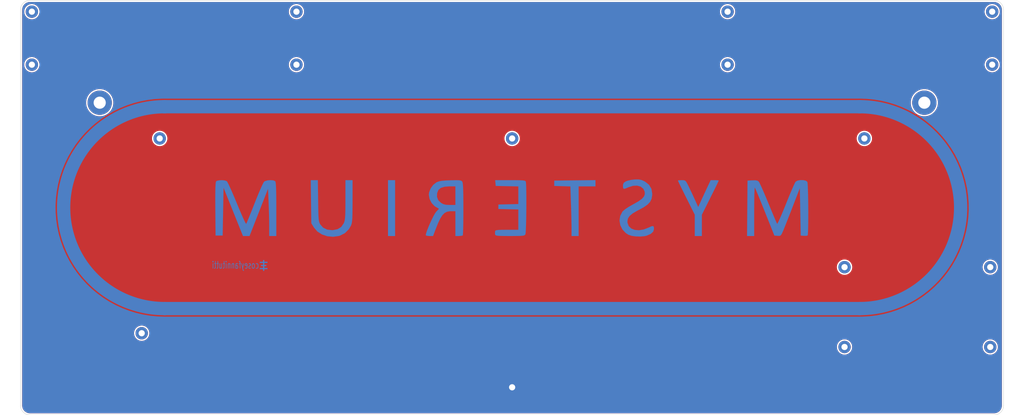
<source format=kicad_pcb>
(kicad_pcb (version 20171130) (host pcbnew "(5.1.4)-1")

  (general
    (thickness 1.6)
    (drawings 10)
    (tracks 0)
    (zones 0)
    (modules 22)
    (nets 2)
  )

  (page A3)
  (layers
    (0 F.Cu signal)
    (31 B.Cu signal)
    (32 B.Adhes user)
    (33 F.Adhes user)
    (34 B.Paste user)
    (35 F.Paste user)
    (36 B.SilkS user)
    (37 F.SilkS user)
    (38 B.Mask user)
    (39 F.Mask user)
    (40 Dwgs.User user)
    (41 Cmts.User user)
    (42 Eco1.User user)
    (43 Eco2.User user)
    (44 Edge.Cuts user)
    (45 Margin user)
    (46 B.CrtYd user)
    (47 F.CrtYd user)
    (48 B.Fab user)
    (49 F.Fab user)
  )

  (setup
    (last_trace_width 0.25)
    (trace_clearance 0.2)
    (zone_clearance 0.508)
    (zone_45_only no)
    (trace_min 0.2)
    (via_size 0.8)
    (via_drill 0.4)
    (via_min_size 0.4)
    (via_min_drill 0.3)
    (uvia_size 0.3)
    (uvia_drill 0.1)
    (uvias_allowed no)
    (uvia_min_size 0.2)
    (uvia_min_drill 0.1)
    (edge_width 0.05)
    (segment_width 0.2)
    (pcb_text_width 0.3)
    (pcb_text_size 1.5 1.5)
    (mod_edge_width 0.12)
    (mod_text_size 1 1)
    (mod_text_width 0.15)
    (pad_size 0.9 1.7)
    (pad_drill 0.6)
    (pad_to_mask_clearance 0.051)
    (solder_mask_min_width 0.25)
    (aux_axis_origin 0 0)
    (visible_elements 7FFFF7FF)
    (pcbplotparams
      (layerselection 0x010f0_ffffffff)
      (usegerberextensions true)
      (usegerberattributes false)
      (usegerberadvancedattributes false)
      (creategerberjobfile false)
      (excludeedgelayer true)
      (linewidth 2.000000)
      (plotframeref false)
      (viasonmask false)
      (mode 1)
      (useauxorigin false)
      (hpglpennumber 1)
      (hpglpenspeed 20)
      (hpglpendiameter 15.000000)
      (psnegative false)
      (psa4output false)
      (plotreference true)
      (plotvalue true)
      (plotinvisibletext false)
      (padsonsilk false)
      (subtractmaskfromsilk false)
      (outputformat 1)
      (mirror false)
      (drillshape 0)
      (scaleselection 1)
      (outputdirectory "Gerber bottom/"))
  )

  (net 0 "")
  (net 1 GND)

  (net_class Default "This is the default net class."
    (clearance 0.2)
    (trace_width 0.25)
    (via_dia 0.8)
    (via_drill 0.4)
    (uvia_dia 0.3)
    (uvia_drill 0.1)
    (add_net GND)
  )

  (module MountingHole:MountingHole_4.3mm_M4_Pad (layer F.Cu) (tedit 56D1B4CB) (tstamp 5DB89560)
    (at 356.2131 97.0534)
    (descr "Mounting Hole 4.3mm, M4")
    (tags "mounting hole 4.3mm m4")
    (attr virtual)
    (fp_text reference REF** (at 0 -5.3) (layer Cmts.User)
      (effects (font (size 1 1) (thickness 0.15)))
    )
    (fp_text value MountingHole_4.3mm_M4_Pad (at 0 5.3) (layer F.Fab)
      (effects (font (size 1 1) (thickness 0.15)))
    )
    (fp_text user %R (at 0.3 0) (layer F.Fab)
      (effects (font (size 1 1) (thickness 0.15)))
    )
    (fp_circle (center 0 0) (end 4.3 0) (layer Cmts.User) (width 0.15))
    (fp_circle (center 0 0) (end 4.55 0) (layer F.CrtYd) (width 0.05))
    (pad 1 thru_hole circle (at 0 0) (size 8.6 8.6) (drill 4.3) (layers *.Cu *.Mask))
  )

  (module MountingHole:MountingHole_4.3mm_M4_Pad (layer F.Cu) (tedit 56D1B4CB) (tstamp 5DB894FE)
    (at 64.5506 97.0534)
    (descr "Mounting Hole 4.3mm, M4")
    (tags "mounting hole 4.3mm m4")
    (attr virtual)
    (fp_text reference REF** (at 0 -5.3) (layer Cmts.User)
      (effects (font (size 1 1) (thickness 0.15)))
    )
    (fp_text value MountingHole_4.3mm_M4_Pad (at 0 5.3) (layer F.Fab)
      (effects (font (size 1 1) (thickness 0.15)))
    )
    (fp_circle (center 0 0) (end 4.55 0) (layer F.CrtYd) (width 0.05))
    (fp_circle (center 0 0) (end 4.3 0) (layer Cmts.User) (width 0.15))
    (fp_text user %R (at 0.3 0) (layer F.Fab)
      (effects (font (size 1 1) (thickness 0.15)))
    )
    (pad 1 thru_hole circle (at 0 0) (size 8.6 8.6) (drill 4.3) (layers *.Cu *.Mask))
  )

  (module "logos:TOPY 4MM MASK" (layer B.Cu) (tedit 0) (tstamp 5DB8E996)
    (at 122.5296 154.607658)
    (fp_text reference G*** (at 0 0) (layer B.SilkS) hide
      (effects (font (size 1.524 1.524) (thickness 0.3)) (justify mirror))
    )
    (fp_text value LOGO (at 0.75 0) (layer B.SilkS) hide
      (effects (font (size 1.524 1.524) (thickness 0.3)) (justify mirror))
    )
    (fp_poly (pts (xy 0.220134 1.320919) (xy 0.789517 1.318742) (xy 1.3589 1.316566) (xy 1.3589 0.910166)
      (xy 0.220134 0.905814) (xy 0.220134 0.245533) (xy 0.939801 0.245533) (xy 0.939801 -0.186267)
      (xy 0.220134 -0.186267) (xy 0.220134 -0.863481) (xy 0.789517 -0.865658) (xy 1.3589 -0.867834)
      (xy 1.361163 -1.081617) (xy 1.363425 -1.2954) (xy 0.220134 -1.2954) (xy 0.220134 -1.913467)
      (xy -0.220133 -1.913467) (xy -0.220133 -1.2954) (xy -1.354666 -1.2954) (xy -1.354666 -0.863601)
      (xy -0.220133 -0.863601) (xy -0.220133 -0.186267) (xy -0.931333 -0.186267) (xy -0.931333 0.245533)
      (xy -0.220133 0.245533) (xy -0.220133 0.905933) (xy -1.354666 0.905933) (xy -1.354666 1.320799)
      (xy -0.220352 1.320799) (xy -0.2159 1.909233) (xy 0.002117 1.911492) (xy 0.220134 1.913752)
      (xy 0.220134 1.320919)) (layer B.Mask) (width 0.01))
  )

  (module "logos:TOPY 4MM COPPER" (layer B.Cu) (tedit 5CDE2DB2) (tstamp 5DB8E971)
    (at 122.5296 154.607658)
    (fp_text reference G*** (at 0 0) (layer B.SilkS) hide
      (effects (font (size 1.524 1.524) (thickness 0.3)) (justify mirror))
    )
    (fp_text value LOGO (at 0.75 0) (layer B.SilkS) hide
      (effects (font (size 1.524 1.524) (thickness 0.3)) (justify mirror))
    )
    (fp_poly (pts (xy 0.220134 1.320919) (xy 0.789517 1.318742) (xy 1.3589 1.316566) (xy 1.3589 0.910166)
      (xy 0.220134 0.905814) (xy 0.220134 0.245533) (xy 0.939801 0.245533) (xy 0.939801 -0.186267)
      (xy 0.220134 -0.186267) (xy 0.220134 -0.863481) (xy 0.789517 -0.865658) (xy 1.3589 -0.867834)
      (xy 1.361163 -1.081617) (xy 1.363425 -1.2954) (xy 0.220134 -1.2954) (xy 0.220134 -1.913467)
      (xy -0.220133 -1.913467) (xy -0.220133 -1.2954) (xy -1.354666 -1.2954) (xy -1.354666 -0.863601)
      (xy -0.220133 -0.863601) (xy -0.220133 -0.186267) (xy -0.931333 -0.186267) (xy -0.931333 0.245533)
      (xy -0.220133 0.245533) (xy -0.220133 0.905933) (xy -1.354666 0.905933) (xy -1.354666 1.320799)
      (xy -0.220352 1.320799) (xy -0.2159 1.909233) (xy 0.002117 1.911492) (xy 0.220134 1.913752)
      (xy 0.220134 1.320919)) (layer B.Cu) (width 0.01))
  )

  (module logos:MYSTERIUM_LARGE_COPPER (layer B.Cu) (tedit 5DB88DCF) (tstamp 5DB8E882)
    (at 210.419351 134.171649 180)
    (fp_text reference G*** (at 0 0) (layer B.SilkS) hide
      (effects (font (size 1.524 1.524) (thickness 0.3)) (justify mirror))
    )
    (fp_text value LOGO (at 0.75 0) (layer B.SilkS) hide
      (effects (font (size 1.524 1.524) (thickness 0.3)) (justify mirror))
    )
    (fp_line (start -122.93 -35.7) (end 122.93 -35.7) (layer B.Cu) (width 4.7))
    (fp_line (start -122.93 35.7) (end 122.93 35.7) (layer B.Cu) (width 4.7))
    (fp_arc (start 122.93 0) (end 122.93 -35.7) (angle 180) (layer B.Cu) (width 4.7))
    (fp_arc (start -122.93 0) (end -122.93 35.7) (angle 180) (layer B.Cu) (width 4.7))
    (fp_poly (pts (xy 86.496999 9.640999) (xy 87.399934 9.376879) (xy 87.752981 9.143315) (xy 88.027132 8.69603)
      (xy 88.485371 7.751773) (xy 89.088632 6.399691) (xy 89.797849 4.728929) (xy 90.573955 2.828632)
      (xy 91.085434 1.538994) (xy 91.864719 -0.435613) (xy 92.577415 -2.216634) (xy 93.189234 -3.720381)
      (xy 93.665888 -4.863168) (xy 93.97309 -5.561309) (xy 94.067281 -5.738902) (xy 94.241485 -5.530176)
      (xy 94.614864 -4.81263) (xy 95.153939 -3.659852) (xy 95.825228 -2.145433) (xy 96.595253 -0.342963)
      (xy 97.34859 1.473444) (xy 98.197233 3.515783) (xy 98.994547 5.375582) (xy 99.703178 6.970327)
      (xy 100.285775 8.217499) (xy 100.704984 9.034583) (xy 100.904561 9.329012) (xy 101.574354 9.594268)
      (xy 102.543362 9.708189) (xy 103.563345 9.673245) (xy 104.386061 9.491911) (xy 104.702135 9.291184)
      (xy 104.813797 8.925086) (xy 104.897817 8.106859) (xy 104.955164 6.80185) (xy 104.986804 4.975402)
      (xy 104.993706 2.592861) (xy 104.976837 -0.380427) (xy 104.975717 -0.508199) (xy 104.892593 -9.877778)
      (xy 102.383951 -9.877778) (xy 102.070371 7.049076) (xy 98.633212 -1.492746) (xy 95.196054 -10.034568)
      (xy 92.875414 -10.034568) (xy 90.451051 -3.841358) (xy 89.665525 -1.834871) (xy 88.899228 0.12215)
      (xy 88.202731 1.900578) (xy 87.626605 3.371286) (xy 87.221421 4.405149) (xy 87.181276 4.507526)
      (xy 86.335864 6.6632) (xy 86.128426 1.870631) (xy 86.050644 -0.1873) (xy 85.986155 -2.390452)
      (xy 85.941037 -4.49418) (xy 85.921368 -6.25384) (xy 85.920988 -6.478253) (xy 85.920988 -10.034568)
      (xy 83.412346 -10.034568) (xy 83.412346 -0.533087) (xy 83.419861 2.405546) (xy 83.44354 4.761729)
      (xy 83.485077 6.58001) (xy 83.546171 7.904932) (xy 83.628518 8.781041) (xy 83.733816 9.252881)
      (xy 83.788642 9.344691) (xy 84.438337 9.637758) (xy 85.425461 9.732243) (xy 86.496999 9.640999)) (layer B.Cu) (width 0.01))
    (fp_poly (pts (xy 43.901235 -10.034568) (xy 41.392593 -10.034568) (xy 41.392593 9.720987) (xy 43.901235 9.720987)
      (xy 43.901235 -10.034568)) (layer B.Cu) (width 0.01))
    (fp_poly (pts (xy 21.453154 9.680081) (xy 21.809865 9.670279) (xy 23.564158 9.599757) (xy 24.836012 9.489441)
      (xy 25.769888 9.317626) (xy 26.510248 9.062608) (xy 26.811111 8.918867) (xy 27.929742 8.043184)
      (xy 28.831715 6.785233) (xy 29.374977 5.377982) (xy 29.469657 4.558864) (xy 29.196067 3.070628)
      (xy 28.482205 1.659966) (xy 27.456968 0.555987) (xy 27.072597 0.298209) (xy 25.870371 -0.393322)
      (xy 26.848426 -1.429752) (xy 27.276747 -2.032311) (xy 27.827695 -3.016312) (xy 28.444759 -4.25309)
      (xy 29.071429 -5.613981) (xy 29.651194 -6.970322) (xy 30.127544 -8.193448) (xy 30.443967 -9.154695)
      (xy 30.543954 -9.725399) (xy 30.524457 -9.799383) (xy 30.146998 -9.950606) (xy 29.391855 -10.030721)
      (xy 29.171871 -10.034568) (xy 27.963471 -10.034568) (xy 27.105671 -7.761112) (xy 26.228852 -5.556675)
      (xy 25.444359 -3.892614) (xy 24.694173 -2.700429) (xy 23.920282 -1.911621) (xy 23.064668 -1.45769)
      (xy 22.069317 -1.270137) (xy 21.594748 -1.254321) (xy 20.069136 -1.254321) (xy 20.069136 -10.034568)
      (xy 18.867078 -10.034568) (xy 18.03841 -9.984472) (xy 17.507957 -9.860526) (xy 17.455967 -9.825515)
      (xy 17.402735 -9.470164) (xy 17.354499 -8.567819) (xy 17.313054 -7.198634) (xy 17.28019 -5.442768)
      (xy 17.257703 -3.380378) (xy 17.247383 -1.091619) (xy 17.246914 -0.478042) (xy 17.250282 0.94074)
      (xy 20.069136 0.94074) (xy 22.061034 0.94074) (xy 23.384948 1.005313) (xy 24.339674 1.237806)
      (xy 25.114302 1.655997) (xy 26.135283 2.628609) (xy 26.584689 3.820263) (xy 26.524332 5.141494)
      (xy 26.085198 6.237774) (xy 25.217424 6.983448) (xy 23.875072 7.40375) (xy 22.185803 7.524753)
      (xy 20.069136 7.525926) (xy 20.069136 0.94074) (xy 17.250282 0.94074) (xy 17.253599 2.337378)
      (xy 17.275258 4.582866) (xy 17.314293 6.315528) (xy 17.373107 7.592468) (xy 17.454102 8.470788)
      (xy 17.559682 9.007594) (xy 17.654927 9.218369) (xy 17.896498 9.455964) (xy 18.282078 9.608422)
      (xy 18.926694 9.688254) (xy 19.945376 9.707969) (xy 21.453154 9.680081)) (layer B.Cu) (width 0.01))
    (fp_poly (pts (xy 5.899498 8.701851) (xy 5.801235 7.682716) (xy 1.803087 7.594952) (xy -2.195062 7.507188)
      (xy -2.195062 1.274861) (xy 1.332716 1.186196) (xy 4.860494 1.09753) (xy 4.860494 -0.470371)
      (xy -2.195062 -0.647701) (xy -2.195062 -7.839507) (xy 1.858489 -7.839507) (xy 3.533673 -7.847757)
      (xy 4.683185 -7.8814) (xy 5.408399 -7.953771) (xy 5.810685 -8.078208) (xy 5.991419 -8.268047)
      (xy 6.029663 -8.388272) (xy 6.061619 -9.189359) (xy 6.016082 -9.485803) (xy 5.914036 -9.690548)
      (xy 5.660918 -9.837384) (xy 5.166377 -9.935741) (xy 4.340063 -9.995049) (xy 3.091627 -10.024739)
      (xy 1.330717 -10.034241) (xy 0.75841 -10.034568) (xy -1.152966 -10.02957) (xy -2.532194 -10.00753)
      (xy -3.474256 -9.95788) (xy -4.07413 -9.870052) (xy -4.426797 -9.733476) (xy -4.627236 -9.537584)
      (xy -4.692671 -9.428023) (xy -4.771561 -8.975362) (xy -4.84116 -7.994816) (xy -4.900751 -6.585601)
      (xy -4.949622 -4.846934) (xy -4.987057 -2.878031) (xy -5.012343 -0.778108) (xy -5.024765 1.353618)
      (xy -5.023609 3.41793) (xy -5.008161 5.315612) (xy -4.977707 6.947448) (xy -4.931532 8.21422)
      (xy -4.868923 9.016713) (xy -4.826944 9.22497) (xy -4.679291 9.409141) (xy -4.341181 9.542247)
      (xy -3.725462 9.632135) (xy -2.744982 9.686655) (xy -1.312587 9.713656) (xy 0.658873 9.720987)
      (xy 5.997761 9.720987) (xy 5.899498 8.701851)) (layer B.Cu) (width 0.01))
    (fp_poly (pts (xy -22.185802 9.648372) (xy -14.895062 9.564197) (xy -14.895062 7.682716) (xy -17.746485 7.593204)
      (xy -20.597908 7.503693) (xy -20.803006 1.63518) (xy -20.870983 -0.472888) (xy -20.929547 -2.600012)
      (xy -20.974648 -4.573726) (xy -21.002233 -6.221567) (xy -21.00899 -7.133951) (xy -21.009876 -10.034568)
      (xy -23.518518 -10.034568) (xy -23.518518 7.525926) (xy -29.476543 7.525926) (xy -29.476543 9.732546)
      (xy -22.185802 9.648372)) (layer B.Cu) (width 0.01))
    (fp_poly (pts (xy -68.785392 6.66358) (xy -68.091809 5.18069) (xy -67.405121 3.701989) (xy -66.826732 2.446294)
      (xy -66.583446 1.912146) (xy -65.817543 0.218119) (xy -64.474404 3.166467) (xy -63.786496 4.658561)
      (xy -63.076485 6.169081) (xy -62.457393 7.458634) (xy -62.231173 7.917901) (xy -61.725314 8.892448)
      (xy -61.33392 9.431859) (xy -60.89674 9.66479) (xy -60.253522 9.719896) (xy -59.985293 9.720987)
      (xy -59.166344 9.687748) (xy -58.689262 9.604076) (xy -58.639506 9.561062) (xy -58.773688 9.245617)
      (xy -59.148845 8.454298) (xy -59.723897 7.271386) (xy -60.457763 5.781162) (xy -61.309361 4.067908)
      (xy -61.618518 3.449382) (xy -64.597531 -2.502372) (xy -64.597531 -10.034568) (xy -67.106173 -10.034568)
      (xy -67.106173 -2.502372) (xy -70.085185 3.449382) (xy -70.967462 5.219283) (xy -71.745979 6.794818)
      (xy -72.379654 8.091705) (xy -72.827406 9.025663) (xy -73.048154 9.512412) (xy -73.064197 9.561062)
      (xy -72.783565 9.656184) (xy -72.073066 9.713453) (xy -71.642816 9.720987) (xy -70.221434 9.720987)
      (xy -68.785392 6.66358)) (layer B.Cu) (width 0.01))
    (fp_poly (pts (xy -100.954891 9.566116) (xy -100.277395 9.187352) (xy -100.263453 9.172222) (xy -100.014434 8.737189)
      (xy -99.574923 7.804193) (xy -98.982341 6.459551) (xy -98.274112 4.789581) (xy -97.487659 2.8806)
      (xy -96.863104 1.329156) (xy -96.062092 -0.650293) (xy -95.328061 -2.406865) (xy -94.694246 -3.865624)
      (xy -94.19388 -4.951638) (xy -93.860198 -5.58997) (xy -93.7339 -5.7264) (xy -93.557869 -5.380438)
      (xy -93.181605 -4.535755) (xy -92.640283 -3.274931) (xy -91.969076 -1.680548) (xy -91.203159 0.164813)
      (xy -90.626957 1.567901) (xy -89.799618 3.564601) (xy -89.02307 5.389031) (xy -88.336342 6.953379)
      (xy -87.778467 8.169833) (xy -87.388478 8.950584) (xy -87.240689 9.186047) (xy -86.770445 9.5263)
      (xy -86.041944 9.667644) (xy -84.997529 9.656418) (xy -83.255555 9.564197) (xy -83.172693 -0.235186)
      (xy -83.08983 -10.034568) (xy -85.607407 -10.034568) (xy -85.607407 -1.358848) (xy -85.615259 0.88631)
      (xy -85.637427 2.899475) (xy -85.671831 4.60361) (xy -85.71639 5.921675) (xy -85.769024 6.776631)
      (xy -85.827651 7.091441) (xy -85.835564 7.088716) (xy -86.00641 6.749077) (xy -86.376712 5.901836)
      (xy -86.915089 4.622521) (xy -87.590163 2.986666) (xy -88.370555 1.069799) (xy -89.224886 -1.052547)
      (xy -89.40729 -1.50861) (xy -92.750859 -9.877778) (xy -93.891493 -9.975619) (xy -94.547248 -9.997863)
      (xy -94.971311 -9.836156) (xy -95.319575 -9.359768) (xy -95.747934 -8.437967) (xy -95.761178 -8.407717)
      (xy -96.086861 -7.62905) (xy -96.593499 -6.374744) (xy -97.237502 -4.754746) (xy -97.97528 -2.879001)
      (xy -98.763241 -0.857456) (xy -99.12351 0.072913) (xy -101.75679 6.887802) (xy -102.07037 -9.877778)
      (xy -103.179109 -9.971097) (xy -103.978193 -9.975708) (xy -104.480489 -9.864502) (xy -104.511825 -9.840439)
      (xy -104.587846 -9.458818) (xy -104.647991 -8.546133) (xy -104.69277 -7.198269) (xy -104.722692 -5.511109)
      (xy -104.738265 -3.580536) (xy -104.739999 -1.502434) (xy -104.728403 0.627315) (xy -104.703986 2.712826)
      (xy -104.667256 4.658216) (xy -104.618724 6.367602) (xy -104.558897 7.745101) (xy -104.488286 8.694829)
      (xy -104.411189 9.114442) (xy -103.883949 9.516119) (xy -102.982559 9.727374) (xy -101.931409 9.745082)
      (xy -100.954891 9.566116)) (layer B.Cu) (width 0.01))
    (fp_poly (pts (xy 58.959973 2.743827) (xy 58.967469 0.421228) (xy 58.989253 -1.366513) (xy 59.032032 -2.711654)
      (xy 59.102511 -3.706453) (xy 59.207397 -4.443166) (xy 59.353395 -5.014051) (xy 59.547211 -5.511365)
      (xy 59.562492 -5.545254) (xy 60.45851 -6.829958) (xy 61.759765 -7.63816) (xy 63.458232 -7.965105)
      (xy 63.65679 -7.971278) (xy 65.453895 -7.76258) (xy 66.861427 -7.064118) (xy 67.808956 -5.999525)
      (xy 68.035722 -5.605733) (xy 68.209894 -5.188857) (xy 68.33986 -4.661333) (xy 68.434008 -3.935599)
      (xy 68.500727 -2.924093) (xy 68.548406 -1.539252) (xy 68.585433 0.306487) (xy 68.61653 2.430247)
      (xy 68.715776 9.720987) (xy 71.223095 9.720987) (xy 71.124511 2.091019) (xy 71.025926 -5.53895)
      (xy 70.082387 -7.064032) (xy 68.869762 -8.456755) (xy 67.249531 -9.488251) (xy 65.352974 -10.118122)
      (xy 63.311371 -10.305974) (xy 61.256002 -10.01141) (xy 60.874361 -9.897442) (xy 59.151413 -9.01683)
      (xy 57.763446 -7.64471) (xy 57.03895 -6.428395) (xy 56.852084 -5.963519) (xy 56.709412 -5.421802)
      (xy 56.605033 -4.715853) (xy 56.533044 -3.75828) (xy 56.487544 -2.46169) (xy 56.462633 -0.738691)
      (xy 56.452409 1.498108) (xy 56.451331 2.273456) (xy 56.444445 9.720987) (xy 58.953087 9.720987)
      (xy 58.959973 2.743827)) (layer B.Cu) (width 0.01))
    (fp_poly (pts (xy -43.271574 9.947905) (xy -42.018632 9.794591) (xy -40.86507 9.533041) (xy -40.214166 9.289864)
      (xy -39.507049 8.813594) (xy -39.230443 8.21235) (xy -39.197531 7.674663) (xy -39.235625 6.983699)
      (xy -39.431969 6.670317) (xy -39.909656 6.704523) (xy -40.791777 7.056325) (xy -41.123163 7.205458)
      (xy -42.743234 7.721715) (xy -44.230398 7.788027) (xy -45.485006 7.431333) (xy -46.407407 6.678569)
      (xy -46.879138 5.649492) (xy -46.928973 4.746051) (xy -46.616434 3.917659) (xy -45.882767 3.099188)
      (xy -44.66922 2.225512) (xy -42.91704 1.231506) (xy -42.872259 1.207932) (xy -41.262969 0.298199)
      (xy -39.980312 -0.555305) (xy -39.13735 -1.275382) (xy -39.00101 -1.435328) (xy -38.220662 -2.933347)
      (xy -37.981651 -4.560526) (xy -38.251416 -6.193099) (xy -38.997397 -7.7073) (xy -40.187032 -8.97936)
      (xy -41.149084 -9.600433) (xy -42.26248 -9.965564) (xy -43.743486 -10.175699) (xy -45.349223 -10.219486)
      (xy -46.836811 -10.085571) (xy -47.611253 -9.902491) (xy -49.043766 -9.272222) (xy -49.88821 -8.498914)
      (xy -50.17266 -7.556561) (xy -50.172839 -7.529589) (xy -50.107577 -6.806487) (xy -49.838161 -6.509677)
      (xy -49.254145 -6.609292) (xy -48.331561 -7.031684) (xy -46.539387 -7.72735) (xy -44.849117 -7.999894)
      (xy -43.345332 -7.873585) (xy -42.11261 -7.372695) (xy -41.235531 -6.521495) (xy -40.798676 -5.344256)
      (xy -40.765432 -4.860494) (xy -40.946958 -3.864112) (xy -41.534455 -2.953547) (xy -42.592302 -2.062897)
      (xy -44.184876 -1.126258) (xy -44.639886 -0.894246) (xy -46.527474 0.125165) (xy -47.884935 1.069549)
      (xy -48.787334 2.028412) (xy -49.309738 3.091263) (xy -49.527213 4.347609) (xy -49.545679 4.955338)
      (xy -49.271823 6.649531) (xy -48.44669 8.049168) (xy -47.064929 9.162574) (xy -46.720926 9.35184)
      (xy -45.763169 9.77315) (xy -44.840058 9.962795) (xy -43.664712 9.97035) (xy -43.271574 9.947905)) (layer B.Cu) (width 0.01))
  )

  (module MountingHole:MountingHole_2.2mm_M2_Pad (layer F.Cu) (tedit 5DA81F35) (tstamp 5DB49577)
    (at 286.6263 83.6134)
    (descr "Mounting Hole 2.2mm, M2")
    (tags "mounting hole 2.2mm m2")
    (attr virtual)
    (fp_text reference REF** (at 0 -3.2) (layer Cmts.User)
      (effects (font (size 1 1) (thickness 0.15)))
    )
    (fp_text value MountingHole_2.2mm_M2_Pad (at 0 3.2) (layer F.Fab)
      (effects (font (size 1 1) (thickness 0.15)))
    )
    (fp_circle (center 0 0) (end 2.45 0) (layer F.CrtYd) (width 0.05))
    (fp_circle (center 0 0) (end 2.2 0) (layer Cmts.User) (width 0.15))
    (fp_text user %R (at 0.3 0) (layer F.Fab)
      (effects (font (size 1 1) (thickness 0.15)))
    )
    (pad 1 thru_hole circle (at 0 0) (size 4.4 4.4) (drill 2.2) (layers *.Cu *.Mask))
  )

  (module MountingHole:MountingHole_2.2mm_M2_Pad (layer F.Cu) (tedit 5DA81F35) (tstamp 5DB49451)
    (at 134.1374 83.6134)
    (descr "Mounting Hole 2.2mm, M2")
    (tags "mounting hole 2.2mm m2")
    (attr virtual)
    (fp_text reference REF** (at 0 -3.2) (layer Cmts.User)
      (effects (font (size 1 1) (thickness 0.15)))
    )
    (fp_text value MountingHole_2.2mm_M2_Pad (at 0 3.2) (layer F.Fab)
      (effects (font (size 1 1) (thickness 0.15)))
    )
    (fp_text user %R (at 0.3 0) (layer F.Fab)
      (effects (font (size 1 1) (thickness 0.15)))
    )
    (fp_circle (center 0 0) (end 2.2 0) (layer Cmts.User) (width 0.15))
    (fp_circle (center 0 0) (end 2.45 0) (layer F.CrtYd) (width 0.05))
    (pad 1 thru_hole circle (at 0 0) (size 4.4 4.4) (drill 2.2) (layers *.Cu *.Mask))
  )

  (module MountingHole:MountingHole_2.2mm_M2_Pad (layer F.Cu) (tedit 5DA81F35) (tstamp 5DA8A32B)
    (at 286.6263 64.8634)
    (descr "Mounting Hole 2.2mm, M2")
    (tags "mounting hole 2.2mm m2")
    (attr virtual)
    (fp_text reference REF** (at 0 -3.2) (layer Cmts.User)
      (effects (font (size 1 1) (thickness 0.15)))
    )
    (fp_text value MountingHole_2.2mm_M2_Pad (at 0 3.2) (layer F.Fab)
      (effects (font (size 1 1) (thickness 0.15)))
    )
    (fp_text user %R (at 0.3 0) (layer F.Fab)
      (effects (font (size 1 1) (thickness 0.15)))
    )
    (fp_circle (center 0 0) (end 2.2 0) (layer Cmts.User) (width 0.15))
    (fp_circle (center 0 0) (end 2.45 0) (layer F.CrtYd) (width 0.05))
    (pad 1 thru_hole circle (at 0 0) (size 4.4 4.4) (drill 2.2) (layers *.Cu *.Mask))
  )

  (module MountingHole:MountingHole_2.2mm_M2_Pad (layer F.Cu) (tedit 5DA81F72) (tstamp 5DA82185)
    (at 40.5506 64.8634)
    (descr "Mounting Hole 2.2mm, M2")
    (tags "mounting hole 2.2mm m2")
    (attr virtual)
    (fp_text reference REF** (at 0 -3.2) (layer Cmts.User)
      (effects (font (size 1 1) (thickness 0.15)))
    )
    (fp_text value MountingHole_2.2mm_M2_Pad (at 0 3.2) (layer F.Fab)
      (effects (font (size 1 1) (thickness 0.15)))
    )
    (fp_circle (center 0 0) (end 2.45 0) (layer F.CrtYd) (width 0.05))
    (fp_circle (center 0 0) (end 2.2 0) (layer Cmts.User) (width 0.15))
    (fp_text user %R (at 0.3 0) (layer F.Fab)
      (effects (font (size 1 1) (thickness 0.15)))
    )
    (pad 1 thru_hole circle (at 0 0) (size 4.4 4.4) (drill 2.2) (layers *.Cu *.Mask))
  )

  (module MountingHole:MountingHole_2.2mm_M2_Pad (layer F.Cu) (tedit 5DA81F35) (tstamp 5DA82742)
    (at 379.523512 183.4548)
    (descr "Mounting Hole 2.2mm, M2")
    (tags "mounting hole 2.2mm m2")
    (attr virtual)
    (fp_text reference REF** (at 0 -3.2) (layer Cmts.User)
      (effects (font (size 1 1) (thickness 0.15)))
    )
    (fp_text value MountingHole_2.2mm_M2_Pad (at 0 3.2) (layer F.Fab)
      (effects (font (size 1 1) (thickness 0.15)))
    )
    (fp_circle (center 0 0) (end 2.45 0) (layer F.CrtYd) (width 0.05))
    (fp_circle (center 0 0) (end 2.2 0) (layer Cmts.User) (width 0.15))
    (fp_text user %R (at 0.3 0) (layer F.Fab)
      (effects (font (size 1 1) (thickness 0.15)))
    )
    (pad 1 thru_hole circle (at 0 0) (size 4.4 4.4) (drill 2.2) (layers *.Cu *.Mask))
  )

  (module MountingHole:MountingHole_2.2mm_M2_Pad (layer F.Cu) (tedit 5DA81F35) (tstamp 5DA82734)
    (at 327.986788 183.4548)
    (descr "Mounting Hole 2.2mm, M2")
    (tags "mounting hole 2.2mm m2")
    (attr virtual)
    (fp_text reference REF** (at 0 -3.2) (layer Cmts.User)
      (effects (font (size 1 1) (thickness 0.15)))
    )
    (fp_text value MountingHole_2.2mm_M2_Pad (at 0 3.2) (layer F.Fab)
      (effects (font (size 1 1) (thickness 0.15)))
    )
    (fp_circle (center 0 0) (end 2.45 0) (layer F.CrtYd) (width 0.05))
    (fp_circle (center 0 0) (end 2.2 0) (layer Cmts.User) (width 0.15))
    (fp_text user %R (at 0.3 0) (layer F.Fab)
      (effects (font (size 1 1) (thickness 0.15)))
    )
    (pad 1 thru_hole circle (at 0 0) (size 4.4 4.4) (drill 2.2) (layers *.Cu *.Mask))
  )

  (module MountingHole:MountingHole_2.2mm_M2_Pad (layer F.Cu) (tedit 5DA81F35) (tstamp 5DA82726)
    (at 379.523512 155.2194)
    (descr "Mounting Hole 2.2mm, M2")
    (tags "mounting hole 2.2mm m2")
    (attr virtual)
    (fp_text reference REF** (at 0 -3.2) (layer Cmts.User)
      (effects (font (size 1 1) (thickness 0.15)))
    )
    (fp_text value MountingHole_2.2mm_M2_Pad (at 0 3.2) (layer F.Fab)
      (effects (font (size 1 1) (thickness 0.15)))
    )
    (fp_circle (center 0 0) (end 2.45 0) (layer F.CrtYd) (width 0.05))
    (fp_circle (center 0 0) (end 2.2 0) (layer Cmts.User) (width 0.15))
    (fp_text user %R (at 0.3 0) (layer F.Fab)
      (effects (font (size 1 1) (thickness 0.15)))
    )
    (pad 1 thru_hole circle (at 0 0) (size 4.4 4.4) (drill 2.2) (layers *.Cu *.Mask))
  )

  (module MountingHole:MountingHole_2.2mm_M2_Pad (layer F.Cu) (tedit 5DA81F35) (tstamp 5DA82718)
    (at 327.986788 155.2194)
    (descr "Mounting Hole 2.2mm, M2")
    (tags "mounting hole 2.2mm m2")
    (attr virtual)
    (fp_text reference REF** (at 0 -3.2) (layer Cmts.User)
      (effects (font (size 1 1) (thickness 0.15)))
    )
    (fp_text value MountingHole_2.2mm_M2_Pad (at 0 3.2) (layer F.Fab)
      (effects (font (size 1 1) (thickness 0.15)))
    )
    (fp_circle (center 0 0) (end 2.45 0) (layer F.CrtYd) (width 0.05))
    (fp_circle (center 0 0) (end 2.2 0) (layer Cmts.User) (width 0.15))
    (fp_text user %R (at 0.3 0) (layer F.Fab)
      (effects (font (size 1 1) (thickness 0.15)))
    )
    (pad 1 thru_hole circle (at 0 0) (size 4.4 4.4) (drill 2.2) (layers *.Cu *.Mask))
  )

  (module MountingHole:MountingHole_2.2mm_M2_Pad (layer F.Cu) (tedit 5DA81F35) (tstamp 5DA826B6)
    (at 79.4018 178.5874)
    (descr "Mounting Hole 2.2mm, M2")
    (tags "mounting hole 2.2mm m2")
    (attr virtual)
    (fp_text reference REF** (at 0 -3.2) (layer Cmts.User)
      (effects (font (size 1 1) (thickness 0.15)))
    )
    (fp_text value MountingHole_2.2mm_M2_Pad (at 0 3.2) (layer F.Fab)
      (effects (font (size 1 1) (thickness 0.15)))
    )
    (fp_circle (center 0 0) (end 2.45 0) (layer F.CrtYd) (width 0.05))
    (fp_circle (center 0 0) (end 2.2 0) (layer Cmts.User) (width 0.15))
    (fp_text user %R (at 0.3 0) (layer F.Fab)
      (effects (font (size 1 1) (thickness 0.15)))
    )
    (pad 1 thru_hole circle (at 0 0) (size 4.4 4.4) (drill 2.2) (layers *.Cu *.Mask))
  )

  (module MountingHole:MountingHole_2.2mm_M2_Pad (layer F.Cu) (tedit 5DA81F35) (tstamp 5DA82665)
    (at 85.7631 109.7026)
    (descr "Mounting Hole 2.2mm, M2")
    (tags "mounting hole 2.2mm m2")
    (attr virtual)
    (fp_text reference REF** (at 0 -3.2) (layer Cmts.User)
      (effects (font (size 1 1) (thickness 0.15)))
    )
    (fp_text value MountingHole_2.2mm_M2_Pad (at 0 3.2) (layer F.Fab)
      (effects (font (size 1 1) (thickness 0.15)))
    )
    (fp_circle (center 0 0) (end 2.45 0) (layer F.CrtYd) (width 0.05))
    (fp_circle (center 0 0) (end 2.2 0) (layer Cmts.User) (width 0.15))
    (fp_text user %R (at 0.3 0) (layer F.Fab)
      (effects (font (size 1 1) (thickness 0.15)))
    )
    (pad 1 thru_hole circle (at 0 0) (size 4.4 4.4) (drill 2.2) (layers *.Cu *.Mask))
  )

  (module MountingHole:MountingHole_2.2mm_M2_Pad (layer F.Cu) (tedit 5DA81F35) (tstamp 5DA82641)
    (at 335.0006 109.7026)
    (descr "Mounting Hole 2.2mm, M2")
    (tags "mounting hole 2.2mm m2")
    (attr virtual)
    (fp_text reference REF** (at 0 -3.2) (layer Cmts.User)
      (effects (font (size 1 1) (thickness 0.15)))
    )
    (fp_text value MountingHole_2.2mm_M2_Pad (at 0 3.2) (layer F.Fab)
      (effects (font (size 1 1) (thickness 0.15)))
    )
    (fp_circle (center 0 0) (end 2.45 0) (layer F.CrtYd) (width 0.05))
    (fp_circle (center 0 0) (end 2.2 0) (layer Cmts.User) (width 0.15))
    (fp_text user %R (at 0.3 0) (layer F.Fab)
      (effects (font (size 1 1) (thickness 0.15)))
    )
    (pad 1 thru_hole circle (at 0 0) (size 4.4 4.4) (drill 2.2) (layers *.Cu *.Mask))
  )

  (module MountingHole:MountingHole_2.2mm_M2_Pad (layer F.Cu) (tedit 5DA81F35) (tstamp 5DA82622)
    (at 210.419351 197.7136)
    (descr "Mounting Hole 2.2mm, M2")
    (tags "mounting hole 2.2mm m2")
    (path /5DB8967E)
    (attr virtual)
    (fp_text reference H1 (at 0 -3.2) (layer Cmts.User)
      (effects (font (size 1 1) (thickness 0.15)))
    )
    (fp_text value MountingHole_Pad (at 0 3.2) (layer F.Fab)
      (effects (font (size 1 1) (thickness 0.15)))
    )
    (fp_circle (center 0 0) (end 2.45 0) (layer F.CrtYd) (width 0.05))
    (fp_circle (center 0 0) (end 2.2 0) (layer Cmts.User) (width 0.15))
    (fp_text user %R (at 0.3 0) (layer F.Fab)
      (effects (font (size 1 1) (thickness 0.15)))
    )
    (pad 1 thru_hole circle (at 0 0) (size 4.4 4.4) (drill 2.2) (layers *.Cu *.Mask)
      (net 1 GND))
  )

  (module MountingHole:MountingHole_2.2mm_M2_Pad (layer F.Cu) (tedit 5DA81F35) (tstamp 5DA825D6)
    (at 210.419351 109.7026)
    (descr "Mounting Hole 2.2mm, M2")
    (tags "mounting hole 2.2mm m2")
    (attr virtual)
    (fp_text reference REF** (at 0 -3.2) (layer Cmts.User)
      (effects (font (size 1 1) (thickness 0.15)))
    )
    (fp_text value MountingHole_2.2mm_M2_Pad (at 0 3.2) (layer F.Fab)
      (effects (font (size 1 1) (thickness 0.15)))
    )
    (fp_circle (center 0 0) (end 2.45 0) (layer F.CrtYd) (width 0.05))
    (fp_circle (center 0 0) (end 2.2 0) (layer Cmts.User) (width 0.15))
    (fp_text user %R (at 0.3 0) (layer F.Fab)
      (effects (font (size 1 1) (thickness 0.15)))
    )
    (pad 1 thru_hole circle (at 0 0) (size 4.4 4.4) (drill 2.2) (layers *.Cu *.Mask))
  )

  (module MountingHole:MountingHole_2.2mm_M2_Pad (layer F.Cu) (tedit 5DA81F35) (tstamp 5DA824BC)
    (at 134.1374 64.8634)
    (descr "Mounting Hole 2.2mm, M2")
    (tags "mounting hole 2.2mm m2")
    (attr virtual)
    (fp_text reference REF** (at 0 -3.2) (layer Cmts.User)
      (effects (font (size 1 1) (thickness 0.15)))
    )
    (fp_text value MountingHole_2.2mm_M2_Pad (at 0 3.2) (layer F.Fab)
      (effects (font (size 1 1) (thickness 0.15)))
    )
    (fp_circle (center 0 0) (end 2.45 0) (layer F.CrtYd) (width 0.05))
    (fp_circle (center 0 0) (end 2.2 0) (layer Cmts.User) (width 0.15))
    (fp_text user %R (at 0.3 0) (layer F.Fab)
      (effects (font (size 1 1) (thickness 0.15)))
    )
    (pad 1 thru_hole circle (at 0 0) (size 4.4 4.4) (drill 2.2) (layers *.Cu *.Mask))
  )

  (module MountingHole:MountingHole_2.2mm_M2_Pad (layer F.Cu) (tedit 5DA81F35) (tstamp 5DA82308)
    (at 380.2131 64.8634)
    (descr "Mounting Hole 2.2mm, M2")
    (tags "mounting hole 2.2mm m2")
    (attr virtual)
    (fp_text reference REF** (at 0 -3.2) (layer Cmts.User)
      (effects (font (size 1 1) (thickness 0.15)))
    )
    (fp_text value MountingHole_2.2mm_M2_Pad (at 0 3.2) (layer F.Fab)
      (effects (font (size 1 1) (thickness 0.15)))
    )
    (fp_circle (center 0 0) (end 2.45 0) (layer F.CrtYd) (width 0.05))
    (fp_circle (center 0 0) (end 2.2 0) (layer Cmts.User) (width 0.15))
    (fp_text user %R (at 0.3 0) (layer F.Fab)
      (effects (font (size 1 1) (thickness 0.15)))
    )
    (pad 1 thru_hole circle (at 0 0) (size 4.4 4.4) (drill 2.2) (layers *.Cu *.Mask))
  )

  (module MountingHole:MountingHole_2.2mm_M2_Pad (layer F.Cu) (tedit 5DA81F35) (tstamp 5DA82254)
    (at 380.2131 83.6134)
    (descr "Mounting Hole 2.2mm, M2")
    (tags "mounting hole 2.2mm m2")
    (attr virtual)
    (fp_text reference REF** (at 0 -3.2) (layer Cmts.User)
      (effects (font (size 1 1) (thickness 0.15)))
    )
    (fp_text value MountingHole_2.2mm_M2_Pad (at 0 3.2) (layer F.Fab)
      (effects (font (size 1 1) (thickness 0.15)))
    )
    (fp_circle (center 0 0) (end 2.45 0) (layer F.CrtYd) (width 0.05))
    (fp_circle (center 0 0) (end 2.2 0) (layer Cmts.User) (width 0.15))
    (fp_text user %R (at 0.3 0) (layer F.Fab)
      (effects (font (size 1 1) (thickness 0.15)))
    )
    (pad 1 thru_hole circle (at 0 0) (size 4.4 4.4) (drill 2.2) (layers *.Cu *.Mask))
  )

  (module MountingHole:MountingHole_2.2mm_M2_Pad (layer F.Cu) (tedit 5DA81F35) (tstamp 5DA821D2)
    (at 40.5506 83.6134)
    (descr "Mounting Hole 2.2mm, M2")
    (tags "mounting hole 2.2mm m2")
    (attr virtual)
    (fp_text reference REF** (at 0 -3.2) (layer Cmts.User)
      (effects (font (size 1 1) (thickness 0.15)))
    )
    (fp_text value MountingHole_2.2mm_M2_Pad (at 0 3.2) (layer F.Fab)
      (effects (font (size 1 1) (thickness 0.15)))
    )
    (fp_circle (center 0 0) (end 2.45 0) (layer F.CrtYd) (width 0.05))
    (fp_circle (center 0 0) (end 2.2 0) (layer Cmts.User) (width 0.15))
    (fp_text user %R (at 0.3 0) (layer F.Fab)
      (effects (font (size 1 1) (thickness 0.15)))
    )
    (pad 1 thru_hole circle (at 0 0) (size 4.4 4.4) (drill 2.2) (layers *.Cu *.Mask))
  )

  (gr_text coseyfannitutti (at 112.5474 154.4828) (layer B.Mask) (tstamp 5DB8E928)
    (effects (font (size 2.5 1.5) (thickness 0.2)) (justify mirror))
  )
  (gr_text coseyfannitutti (at 112.5474 154.4828) (layer B.Cu)
    (effects (font (size 2.5 1.5) (thickness 0.2)) (justify mirror))
  )
  (gr_arc (start 380.90604 204.172841) (end 380.90904 207.4799) (angle -90) (layer Edge.Cuts) (width 0.15) (tstamp 5DA5DE5A))
  (gr_arc (start 380.906041 64.17046) (end 384.2131 64.16746) (angle -90) (layer Edge.Cuts) (width 0.15) (tstamp 5DA5DE3D))
  (gr_arc (start 39.85766 64.170459) (end 39.85466 60.8634) (angle -90) (layer Edge.Cuts) (width 0.15) (tstamp 5DA5DE25))
  (gr_arc (start 39.857659 204.17284) (end 36.5506 204.17584) (angle -90) (layer Edge.Cuts) (width 0.15))
  (gr_line (start 384.2131 64.16746) (end 384.213099 204.169841) (layer Edge.Cuts) (width 0.15) (tstamp 5DA825E5))
  (gr_line (start 380.90904 207.4799) (end 39.860659 207.479899) (layer Edge.Cuts) (width 0.15))
  (gr_line (start 36.5506 204.17584) (end 36.550601 64.173459) (layer Edge.Cuts) (width 0.15) (tstamp 5DA825E8))
  (gr_line (start 39.85466 60.8634) (end 380.903041 60.8634) (layer Edge.Cuts) (width 0.15))

  (zone (net 1) (net_name GND) (layer B.Cu) (tstamp 5DB5560C) (hatch edge 0.508)
    (connect_pads yes (clearance 0.508))
    (min_thickness 0.254)
    (fill yes (arc_segments 32) (thermal_gap 0.508) (thermal_bridge_width 0.508))
    (polygon
      (pts
        (xy 36.4998 207.518) (xy 36.4744 60.7314) (xy 384.302 60.7568) (xy 384.302 207.5434)
      )
    )
    (filled_polygon
      (pts
        (xy 381.407508 61.625744) (xy 381.892232 61.771612) (xy 382.339387 62.008847) (xy 382.731949 62.328421) (xy 383.054962 62.718155)
        (xy 383.296123 63.163208) (xy 383.446248 63.646629) (xy 383.503101 64.182877) (xy 383.503099 204.135438) (xy 383.450756 204.674309)
        (xy 383.304888 205.159032) (xy 383.067652 205.606188) (xy 382.748079 205.998749) (xy 382.358343 206.321763) (xy 381.913292 206.562923)
        (xy 381.429871 206.713048) (xy 380.893623 206.769901) (xy 39.895062 206.769899) (xy 39.356191 206.717556) (xy 38.871468 206.571688)
        (xy 38.424312 206.334452) (xy 38.031751 206.014879) (xy 37.708737 205.625143) (xy 37.467577 205.180092) (xy 37.317452 204.696671)
        (xy 37.260599 204.160423) (xy 37.260599 183.175577) (xy 325.151788 183.175577) (xy 325.151788 183.734023) (xy 325.260736 184.281739)
        (xy 325.474444 184.797676) (xy 325.7847 185.262007) (xy 326.179581 185.656888) (xy 326.643912 185.967144) (xy 327.159849 186.180852)
        (xy 327.707565 186.2898) (xy 328.266011 186.2898) (xy 328.813727 186.180852) (xy 329.329664 185.967144) (xy 329.793995 185.656888)
        (xy 330.188876 185.262007) (xy 330.499132 184.797676) (xy 330.71284 184.281739) (xy 330.821788 183.734023) (xy 330.821788 183.175577)
        (xy 376.688512 183.175577) (xy 376.688512 183.734023) (xy 376.79746 184.281739) (xy 377.011168 184.797676) (xy 377.321424 185.262007)
        (xy 377.716305 185.656888) (xy 378.180636 185.967144) (xy 378.696573 186.180852) (xy 379.244289 186.2898) (xy 379.802735 186.2898)
        (xy 380.350451 186.180852) (xy 380.866388 185.967144) (xy 381.330719 185.656888) (xy 381.7256 185.262007) (xy 382.035856 184.797676)
        (xy 382.249564 184.281739) (xy 382.358512 183.734023) (xy 382.358512 183.175577) (xy 382.249564 182.627861) (xy 382.035856 182.111924)
        (xy 381.7256 181.647593) (xy 381.330719 181.252712) (xy 380.866388 180.942456) (xy 380.350451 180.728748) (xy 379.802735 180.6198)
        (xy 379.244289 180.6198) (xy 378.696573 180.728748) (xy 378.180636 180.942456) (xy 377.716305 181.252712) (xy 377.321424 181.647593)
        (xy 377.011168 182.111924) (xy 376.79746 182.627861) (xy 376.688512 183.175577) (xy 330.821788 183.175577) (xy 330.71284 182.627861)
        (xy 330.499132 182.111924) (xy 330.188876 181.647593) (xy 329.793995 181.252712) (xy 329.329664 180.942456) (xy 328.813727 180.728748)
        (xy 328.266011 180.6198) (xy 327.707565 180.6198) (xy 327.159849 180.728748) (xy 326.643912 180.942456) (xy 326.179581 181.252712)
        (xy 325.7847 181.647593) (xy 325.474444 182.111924) (xy 325.260736 182.627861) (xy 325.151788 183.175577) (xy 37.260599 183.175577)
        (xy 37.260599 178.308177) (xy 76.5668 178.308177) (xy 76.5668 178.866623) (xy 76.675748 179.414339) (xy 76.889456 179.930276)
        (xy 77.199712 180.394607) (xy 77.594593 180.789488) (xy 78.058924 181.099744) (xy 78.574861 181.313452) (xy 79.122577 181.4224)
        (xy 79.681023 181.4224) (xy 80.228739 181.313452) (xy 80.744676 181.099744) (xy 81.209007 180.789488) (xy 81.603888 180.394607)
        (xy 81.914144 179.930276) (xy 82.127852 179.414339) (xy 82.2368 178.866623) (xy 82.2368 178.308177) (xy 82.127852 177.760461)
        (xy 81.914144 177.244524) (xy 81.603888 176.780193) (xy 81.209007 176.385312) (xy 80.744676 176.075056) (xy 80.228739 175.861348)
        (xy 79.681023 175.7524) (xy 79.122577 175.7524) (xy 78.574861 175.861348) (xy 78.058924 176.075056) (xy 77.594593 176.385312)
        (xy 77.199712 176.780193) (xy 76.889456 177.244524) (xy 76.675748 177.760461) (xy 76.5668 178.308177) (xy 37.260599 178.308177)
        (xy 37.260599 133.387537) (xy 48.812404 133.387537) (xy 48.812404 133.460473) (xy 48.841325 135.827576) (xy 48.844161 135.890022)
        (xy 48.84547 135.952533) (xy 48.850304 136.025308) (xy 49.036038 138.385289) (xy 49.043004 138.447388) (xy 49.048455 138.509699)
        (xy 49.058102 138.581994) (xy 49.399834 140.924477) (xy 49.4109 140.985981) (xy 49.420469 141.047789) (xy 49.434885 141.119286)
        (xy 49.931111 143.433972) (xy 49.946232 143.494617) (xy 49.959873 143.555645) (xy 49.978996 143.626029) (xy 50.627534 145.902739)
        (xy 50.646649 145.962276) (xy 50.664297 146.022237) (xy 50.688042 146.091199) (xy 51.48604 148.319924) (xy 51.509046 148.37803)
        (xy 51.530642 148.436726) (xy 51.558906 148.503963) (xy 52.502857 150.6749) (xy 52.529675 150.731378) (xy 52.555101 150.788486)
        (xy 52.58775 150.853684) (xy 52.587759 150.853703) (xy 52.587766 150.853715) (xy 53.67351 152.957308) (xy 53.704016 153.011891)
        (xy 53.733168 153.067183) (xy 53.770076 153.130091) (xy 54.992855 155.157115) (xy 55.0269 155.20954) (xy 55.059663 155.262795)
        (xy 55.100659 155.323119) (xy 56.455088 157.264647) (xy 56.49253 157.314697) (xy 56.528752 157.365666) (xy 56.573656 157.42314)
        (xy 58.053779 159.270637) (xy 58.094462 159.318103) (xy 58.133979 159.366555) (xy 58.182593 159.420926) (xy 59.781903 161.166267)
        (xy 59.825644 161.210934) (xy 59.868282 161.256657) (xy 59.920392 161.307687) (xy 61.631858 162.943199) (xy 61.678465 162.98487)
        (xy 61.724037 163.027665) (xy 61.779414 163.07513) (xy 63.595509 164.593621) (xy 63.644769 164.632107) (xy 63.693083 164.671793)
        (xy 63.751484 164.715483) (xy 65.664223 166.110276) (xy 65.715913 166.145405) (xy 65.766764 166.18181) (xy 65.827933 166.221533)
        (xy 67.828905 167.486494) (xy 67.882819 167.518125) (xy 67.93596 167.551074) (xy 67.999627 167.586656) (xy 70.080034 168.716224)
        (xy 70.135914 168.744207) (xy 70.191133 168.773567) (xy 70.257018 168.804852) (xy 72.407711 169.794061) (xy 72.465353 169.818291)
        (xy 72.522369 169.843915) (xy 72.590183 169.870765) (xy 74.801705 170.715262) (xy 74.860797 170.735609) (xy 74.919413 170.757408)
        (xy 74.988857 170.779704) (xy 77.251486 171.47578) (xy 77.311821 171.492172) (xy 77.37173 171.510032) (xy 77.442499 171.527677)
        (xy 79.746286 172.072269) (xy 79.807557 172.084623) (xy 79.868534 172.098477) (xy 79.940317 172.111392) (xy 82.275131 172.502107)
        (xy 82.337109 172.510377) (xy 82.398848 172.520155) (xy 82.471329 172.528285) (xy 84.826905 172.763402) (xy 84.88929 172.767546)
        (xy 84.951544 172.773211) (xy 85.024404 172.77652) (xy 87.293371 172.85179) (xy 87.342708 172.856649) (xy 333.495994 172.856649)
        (xy 333.514182 172.854858) (xy 334.258048 172.845769) (xy 334.289275 172.844351) (xy 334.320548 172.844351) (xy 334.393408 172.841042)
        (xy 336.756762 172.704772) (xy 336.818998 172.699108) (xy 336.881403 172.694963) (xy 336.953884 172.686833) (xy 339.303011 172.394234)
        (xy 339.364738 172.384457) (xy 339.426728 172.376186) (xy 339.498511 172.36327) (xy 341.823082 171.915628) (xy 341.884047 171.901777)
        (xy 341.94533 171.88942) (xy 342.016089 171.871778) (xy 342.0161 171.871775) (xy 342.016107 171.871773) (xy 344.305893 171.271059)
        (xy 344.36579 171.253203) (xy 344.426137 171.236807) (xy 344.495581 171.214511) (xy 346.740527 170.463362) (xy 346.799127 170.441569)
        (xy 346.858236 170.421216) (xy 346.92605 170.394367) (xy 349.11628 169.496088) (xy 349.17331 169.470458) (xy 349.230936 169.446234)
        (xy 349.296803 169.414957) (xy 349.296822 169.414949) (xy 349.296834 169.414943) (xy 351.422704 168.373491) (xy 351.477913 168.344136)
        (xy 351.533805 168.316147) (xy 351.597472 168.280565) (xy 353.649659 167.100505) (xy 353.702779 167.067569) (xy 353.756715 167.035925)
        (xy 353.817884 166.996201) (xy 355.787352 165.682729) (xy 355.838176 165.646342) (xy 355.889892 165.611196) (xy 355.948294 165.567506)
        (xy 357.826382 164.126398) (xy 357.874683 164.086723) (xy 357.923957 164.048226) (xy 357.979335 164.000762) (xy 359.757788 162.438353)
        (xy 359.803372 162.395546) (xy 359.849968 162.353885) (xy 359.902078 162.302855) (xy 361.573073 160.626016) (xy 361.615699 160.580305)
        (xy 361.659451 160.535627) (xy 361.708065 160.481255) (xy 363.264255 158.697361) (xy 363.303763 158.648919) (xy 363.344454 158.601444)
        (xy 363.389357 158.54397) (xy 364.823901 156.660863) (xy 364.860118 156.609901) (xy 364.897566 156.559843) (xy 364.938562 156.49952)
        (xy 365.970669 154.940177) (xy 376.688512 154.940177) (xy 376.688512 155.498623) (xy 376.79746 156.046339) (xy 377.011168 156.562276)
        (xy 377.321424 157.026607) (xy 377.716305 157.421488) (xy 378.180636 157.731744) (xy 378.696573 157.945452) (xy 379.244289 158.0544)
        (xy 379.802735 158.0544) (xy 380.350451 157.945452) (xy 380.866388 157.731744) (xy 381.330719 157.421488) (xy 381.7256 157.026607)
        (xy 382.035856 156.562276) (xy 382.249564 156.046339) (xy 382.358512 155.498623) (xy 382.358512 154.940177) (xy 382.249564 154.392461)
        (xy 382.035856 153.876524) (xy 381.7256 153.412193) (xy 381.330719 153.017312) (xy 380.866388 152.707056) (xy 380.350451 152.493348)
        (xy 379.802735 152.3844) (xy 379.244289 152.3844) (xy 378.696573 152.493348) (xy 378.180636 152.707056) (xy 377.716305 153.017312)
        (xy 377.321424 153.412193) (xy 377.011168 153.876524) (xy 376.79746 154.392461) (xy 376.688512 154.940177) (xy 365.970669 154.940177)
        (xy 366.245152 154.525479) (xy 366.277899 154.472249) (xy 366.311961 154.419798) (xy 366.348868 154.35689) (xy 367.521757 152.300596)
        (xy 367.550903 152.245314) (xy 367.581415 152.190721) (xy 367.614072 152.125505) (xy 368.648104 149.996) (xy 368.67353 149.938891)
        (xy 368.700348 149.882413) (xy 368.728612 149.815177) (xy 369.61924 147.621825) (xy 369.640823 147.563163) (xy 369.663842 147.505024)
        (xy 369.687587 147.436062) (xy 370.430895 145.188506) (xy 370.44854 145.128553) (xy 370.467658 145.069007) (xy 370.486781 144.998623)
        (xy 371.0795 142.706747) (xy 371.093138 142.645734) (xy 371.108262 142.585074) (xy 371.122678 142.513578) (xy 371.562203 140.187458)
        (xy 371.571766 140.125682) (xy 371.582838 140.064147) (xy 371.592485 139.991852) (xy 371.876883 137.641719) (xy 371.882334 137.579417)
        (xy 371.8893 137.517308) (xy 371.894134 137.444533) (xy 372.022153 135.080717) (xy 372.023462 135.018208) (xy 372.026298 134.955761)
        (xy 372.026298 134.882826) (xy 371.997377 132.515722) (xy 371.994541 132.453276) (xy 371.993232 132.390765) (xy 371.988398 132.31799)
        (xy 371.802664 129.958008) (xy 371.795698 129.895909) (xy 371.790247 129.833598) (xy 371.7806 129.761304) (xy 371.438868 127.41882)
        (xy 371.427801 127.357312) (xy 371.418233 127.295509) (xy 371.403817 127.224012) (xy 370.907591 124.909325) (xy 370.89247 124.848677)
        (xy 370.878829 124.787652) (xy 370.859706 124.717269) (xy 370.211168 122.440559) (xy 370.192056 122.381033) (xy 370.174405 122.32106)
        (xy 370.15066 122.252099) (xy 369.352662 120.023374) (xy 369.329656 119.965268) (xy 369.30806 119.906572) (xy 369.279796 119.839335)
        (xy 368.335845 117.668398) (xy 368.309032 117.61193) (xy 368.283601 117.554811) (xy 368.250943 117.489596) (xy 368.250943 117.489595)
        (xy 368.250936 117.489583) (xy 367.165191 115.38599) (xy 367.134698 115.331429) (xy 367.105534 115.276115) (xy 367.068626 115.213207)
        (xy 365.845847 113.186183) (xy 365.811798 113.133752) (xy 365.779039 113.080503) (xy 365.738043 113.020179) (xy 364.383614 111.078651)
        (xy 364.34617 111.028599) (xy 364.30995 110.977632) (xy 364.265046 110.920158) (xy 362.784922 109.07266) (xy 362.744242 109.025198)
        (xy 362.704723 108.976743) (xy 362.656109 108.922372) (xy 361.056798 107.177031) (xy 361.013071 107.132379) (xy 360.97042 107.086641)
        (xy 360.91831 107.035611) (xy 359.206844 105.400099) (xy 359.160252 105.358441) (xy 359.114666 105.315633) (xy 359.059288 105.268169)
        (xy 357.243194 103.749677) (xy 357.19391 103.711173) (xy 357.145619 103.671506) (xy 357.087218 103.627816) (xy 355.17448 102.233022)
        (xy 355.122776 102.197884) (xy 355.071938 102.161488) (xy 355.010769 102.121765) (xy 353.97947 101.469805) (xy 354.773614 101.79875)
        (xy 355.727045 101.9884) (xy 356.699155 101.9884) (xy 357.652586 101.79875) (xy 358.550699 101.42674) (xy 359.358979 100.886665)
        (xy 360.046365 100.199279) (xy 360.58644 99.390999) (xy 360.95845 98.492886) (xy 361.1481 97.539455) (xy 361.1481 96.567345)
        (xy 360.95845 95.613914) (xy 360.58644 94.715801) (xy 360.046365 93.907521) (xy 359.358979 93.220135) (xy 358.550699 92.68006)
        (xy 357.652586 92.30805) (xy 356.699155 92.1184) (xy 355.727045 92.1184) (xy 354.773614 92.30805) (xy 353.875501 92.68006)
        (xy 353.067221 93.220135) (xy 352.379835 93.907521) (xy 351.83976 94.715801) (xy 351.46775 95.613914) (xy 351.2781 96.567345)
        (xy 351.2781 97.539455) (xy 351.46775 98.492886) (xy 351.83976 99.390999) (xy 352.379835 100.199279) (xy 353.067221 100.886665)
        (xy 353.246111 101.006196) (xy 353.009797 100.856804) (xy 352.955888 100.825176) (xy 352.902742 100.792224) (xy 352.839075 100.756642)
        (xy 350.758669 99.627074) (xy 350.702777 99.599085) (xy 350.647569 99.569731) (xy 350.581684 99.538446) (xy 348.430991 98.549237)
        (xy 348.373345 98.525005) (xy 348.316333 98.499383) (xy 348.248519 98.472533) (xy 346.036996 97.628035) (xy 345.977879 97.60768)
        (xy 345.919288 97.58589) (xy 345.849844 97.563594) (xy 343.587216 96.867518) (xy 343.526872 96.851123) (xy 343.466972 96.833266)
        (xy 343.396203 96.815621) (xy 341.092416 96.271029) (xy 341.031148 96.258675) (xy 340.970168 96.244821) (xy 340.898385 96.231906)
        (xy 338.563571 95.841192) (xy 338.50162 95.832926) (xy 338.439854 95.823143) (xy 338.367373 95.815013) (xy 336.011798 95.579896)
        (xy 335.949413 95.575752) (xy 335.887159 95.570087) (xy 335.814298 95.566778) (xy 333.545331 95.491508) (xy 333.495994 95.486649)
        (xy 87.342708 95.486649) (xy 87.32452 95.48844) (xy 86.580654 95.497529) (xy 86.549427 95.498947) (xy 86.518154 95.498947)
        (xy 86.445293 95.502256) (xy 84.08194 95.638526) (xy 84.019706 95.64419) (xy 83.957298 95.648335) (xy 83.884817 95.656465)
        (xy 81.535691 95.949064) (xy 81.473964 95.958841) (xy 81.411974 95.967112) (xy 81.340191 95.980028) (xy 79.01562 96.42767)
        (xy 78.954648 96.441523) (xy 78.893371 96.453878) (xy 78.822602 96.471523) (xy 76.532809 97.072239) (xy 76.472912 97.090095)
        (xy 76.412565 97.106491) (xy 76.343121 97.128787) (xy 74.098174 97.879936) (xy 74.039574 97.90173) (xy 73.980466 97.922082)
        (xy 73.912653 97.948931) (xy 71.722422 98.84721) (xy 71.665392 98.87284) (xy 71.607766 98.897064) (xy 71.541899 98.928341)
        (xy 71.54188 98.928349) (xy 71.541868 98.928355) (xy 69.415998 99.969808) (xy 69.360816 99.999149) (xy 69.304897 100.027151)
        (xy 69.24123 100.062733) (xy 67.189043 101.242793) (xy 67.135923 101.275729) (xy 67.081987 101.307373) (xy 67.020819 101.347097)
        (xy 65.05135 102.660569) (xy 65.000526 102.696956) (xy 64.94881 102.732102) (xy 64.890408 102.775792) (xy 63.012319 104.2169)
        (xy 62.964004 104.256587) (xy 62.914745 104.295072) (xy 62.859367 104.342537) (xy 61.080914 105.904945) (xy 61.035345 105.947737)
        (xy 60.988735 105.989412) (xy 60.936624 106.040443) (xy 59.265629 107.717282) (xy 59.223003 107.762993) (xy 59.179251 107.807671)
        (xy 59.130637 107.862043) (xy 57.574446 109.645938) (xy 57.534931 109.694389) (xy 57.494248 109.741854) (xy 57.449344 109.799328)
        (xy 56.014801 111.682436) (xy 55.978604 111.73337) (xy 55.941136 111.783455) (xy 55.90014 111.843779) (xy 54.59355 113.817819)
        (xy 54.560785 113.871078) (xy 54.526742 113.9235) (xy 54.489834 113.986408) (xy 53.316945 116.042702) (xy 53.287787 116.098005)
        (xy 53.257288 116.152577) (xy 53.22463 116.217793) (xy 52.190598 118.347298) (xy 52.165172 118.404407) (xy 52.138354 118.460885)
        (xy 52.11009 118.528122) (xy 51.219462 120.721473) (xy 51.197879 120.780135) (xy 51.17486 120.838274) (xy 51.151115 120.907236)
        (xy 50.407807 123.154792) (xy 50.390159 123.214757) (xy 50.371044 123.274292) (xy 50.351921 123.344676) (xy 49.759202 125.636551)
        (xy 49.745564 125.697564) (xy 49.73044 125.758224) (xy 49.716024 125.82972) (xy 49.276499 128.15584) (xy 49.266935 128.217623)
        (xy 49.255864 128.279152) (xy 49.246217 128.351446) (xy 48.961819 130.70158) (xy 48.956369 130.763877) (xy 48.949402 130.82599)
        (xy 48.944568 130.898765) (xy 48.816549 133.262581) (xy 48.81524 133.32509) (xy 48.812404 133.387537) (xy 37.260599 133.387537)
        (xy 37.260599 96.567345) (xy 59.6156 96.567345) (xy 59.6156 97.539455) (xy 59.80525 98.492886) (xy 60.17726 99.390999)
        (xy 60.717335 100.199279) (xy 61.404721 100.886665) (xy 62.213001 101.42674) (xy 63.111114 101.79875) (xy 64.064545 101.9884)
        (xy 65.036655 101.9884) (xy 65.990086 101.79875) (xy 66.888199 101.42674) (xy 67.696479 100.886665) (xy 68.383865 100.199279)
        (xy 68.92394 99.390999) (xy 69.29595 98.492886) (xy 69.4856 97.539455) (xy 69.4856 96.567345) (xy 69.29595 95.613914)
        (xy 68.92394 94.715801) (xy 68.383865 93.907521) (xy 67.696479 93.220135) (xy 66.888199 92.68006) (xy 65.990086 92.30805)
        (xy 65.036655 92.1184) (xy 64.064545 92.1184) (xy 63.111114 92.30805) (xy 62.213001 92.68006) (xy 61.404721 93.220135)
        (xy 60.717335 93.907521) (xy 60.17726 94.715801) (xy 59.80525 95.613914) (xy 59.6156 96.567345) (xy 37.260599 96.567345)
        (xy 37.2606 83.334177) (xy 37.7156 83.334177) (xy 37.7156 83.892623) (xy 37.824548 84.440339) (xy 38.038256 84.956276)
        (xy 38.348512 85.420607) (xy 38.743393 85.815488) (xy 39.207724 86.125744) (xy 39.723661 86.339452) (xy 40.271377 86.4484)
        (xy 40.829823 86.4484) (xy 41.377539 86.339452) (xy 41.893476 86.125744) (xy 42.357807 85.815488) (xy 42.752688 85.420607)
        (xy 43.062944 84.956276) (xy 43.276652 84.440339) (xy 43.3856 83.892623) (xy 43.3856 83.334177) (xy 131.3024 83.334177)
        (xy 131.3024 83.892623) (xy 131.411348 84.440339) (xy 131.625056 84.956276) (xy 131.935312 85.420607) (xy 132.330193 85.815488)
        (xy 132.794524 86.125744) (xy 133.310461 86.339452) (xy 133.858177 86.4484) (xy 134.416623 86.4484) (xy 134.964339 86.339452)
        (xy 135.480276 86.125744) (xy 135.944607 85.815488) (xy 136.339488 85.420607) (xy 136.649744 84.956276) (xy 136.863452 84.440339)
        (xy 136.9724 83.892623) (xy 136.9724 83.334177) (xy 283.7913 83.334177) (xy 283.7913 83.892623) (xy 283.900248 84.440339)
        (xy 284.113956 84.956276) (xy 284.424212 85.420607) (xy 284.819093 85.815488) (xy 285.283424 86.125744) (xy 285.799361 86.339452)
        (xy 286.347077 86.4484) (xy 286.905523 86.4484) (xy 287.453239 86.339452) (xy 287.969176 86.125744) (xy 288.433507 85.815488)
        (xy 288.828388 85.420607) (xy 289.138644 84.956276) (xy 289.352352 84.440339) (xy 289.4613 83.892623) (xy 289.4613 83.334177)
        (xy 377.3781 83.334177) (xy 377.3781 83.892623) (xy 377.487048 84.440339) (xy 377.700756 84.956276) (xy 378.011012 85.420607)
        (xy 378.405893 85.815488) (xy 378.870224 86.125744) (xy 379.386161 86.339452) (xy 379.933877 86.4484) (xy 380.492323 86.4484)
        (xy 381.040039 86.339452) (xy 381.555976 86.125744) (xy 382.020307 85.815488) (xy 382.415188 85.420607) (xy 382.725444 84.956276)
        (xy 382.939152 84.440339) (xy 383.0481 83.892623) (xy 383.0481 83.334177) (xy 382.939152 82.786461) (xy 382.725444 82.270524)
        (xy 382.415188 81.806193) (xy 382.020307 81.411312) (xy 381.555976 81.101056) (xy 381.040039 80.887348) (xy 380.492323 80.7784)
        (xy 379.933877 80.7784) (xy 379.386161 80.887348) (xy 378.870224 81.101056) (xy 378.405893 81.411312) (xy 378.011012 81.806193)
        (xy 377.700756 82.270524) (xy 377.487048 82.786461) (xy 377.3781 83.334177) (xy 289.4613 83.334177) (xy 289.352352 82.786461)
        (xy 289.138644 82.270524) (xy 288.828388 81.806193) (xy 288.433507 81.411312) (xy 287.969176 81.101056) (xy 287.453239 80.887348)
        (xy 286.905523 80.7784) (xy 286.347077 80.7784) (xy 285.799361 80.887348) (xy 285.283424 81.101056) (xy 284.819093 81.411312)
        (xy 284.424212 81.806193) (xy 284.113956 82.270524) (xy 283.900248 82.786461) (xy 283.7913 83.334177) (xy 136.9724 83.334177)
        (xy 136.863452 82.786461) (xy 136.649744 82.270524) (xy 136.339488 81.806193) (xy 135.944607 81.411312) (xy 135.480276 81.101056)
        (xy 134.964339 80.887348) (xy 134.416623 80.7784) (xy 133.858177 80.7784) (xy 133.310461 80.887348) (xy 132.794524 81.101056)
        (xy 132.330193 81.411312) (xy 131.935312 81.806193) (xy 131.625056 82.270524) (xy 131.411348 82.786461) (xy 131.3024 83.334177)
        (xy 43.3856 83.334177) (xy 43.276652 82.786461) (xy 43.062944 82.270524) (xy 42.752688 81.806193) (xy 42.357807 81.411312)
        (xy 41.893476 81.101056) (xy 41.377539 80.887348) (xy 40.829823 80.7784) (xy 40.271377 80.7784) (xy 39.723661 80.887348)
        (xy 39.207724 81.101056) (xy 38.743393 81.411312) (xy 38.348512 81.806193) (xy 38.038256 82.270524) (xy 37.824548 82.786461)
        (xy 37.7156 83.334177) (xy 37.2606 83.334177) (xy 37.2606 64.584177) (xy 37.7156 64.584177) (xy 37.7156 65.142623)
        (xy 37.824548 65.690339) (xy 38.038256 66.206276) (xy 38.348512 66.670607) (xy 38.743393 67.065488) (xy 39.207724 67.375744)
        (xy 39.723661 67.589452) (xy 40.271377 67.6984) (xy 40.829823 67.6984) (xy 41.377539 67.589452) (xy 41.893476 67.375744)
        (xy 42.357807 67.065488) (xy 42.752688 66.670607) (xy 43.062944 66.206276) (xy 43.276652 65.690339) (xy 43.3856 65.142623)
        (xy 43.3856 64.584177) (xy 131.3024 64.584177) (xy 131.3024 65.142623) (xy 131.411348 65.690339) (xy 131.625056 66.206276)
        (xy 131.935312 66.670607) (xy 132.330193 67.065488) (xy 132.794524 67.375744) (xy 133.310461 67.589452) (xy 133.858177 67.6984)
        (xy 134.416623 67.6984) (xy 134.964339 67.589452) (xy 135.480276 67.375744) (xy 135.944607 67.065488) (xy 136.339488 66.670607)
        (xy 136.649744 66.206276) (xy 136.863452 65.690339) (xy 136.9724 65.142623) (xy 136.9724 64.584177) (xy 283.7913 64.584177)
        (xy 283.7913 65.142623) (xy 283.900248 65.690339) (xy 284.113956 66.206276) (xy 284.424212 66.670607) (xy 284.819093 67.065488)
        (xy 285.283424 67.375744) (xy 285.799361 67.589452) (xy 286.347077 67.6984) (xy 286.905523 67.6984) (xy 287.453239 67.589452)
        (xy 287.969176 67.375744) (xy 288.433507 67.065488) (xy 288.828388 66.670607) (xy 289.138644 66.206276) (xy 289.352352 65.690339)
        (xy 289.4613 65.142623) (xy 289.4613 64.584177) (xy 377.3781 64.584177) (xy 377.3781 65.142623) (xy 377.487048 65.690339)
        (xy 377.700756 66.206276) (xy 378.011012 66.670607) (xy 378.405893 67.065488) (xy 378.870224 67.375744) (xy 379.386161 67.589452)
        (xy 379.933877 67.6984) (xy 380.492323 67.6984) (xy 381.040039 67.589452) (xy 381.555976 67.375744) (xy 382.020307 67.065488)
        (xy 382.415188 66.670607) (xy 382.725444 66.206276) (xy 382.939152 65.690339) (xy 383.0481 65.142623) (xy 383.0481 64.584177)
        (xy 382.939152 64.036461) (xy 382.725444 63.520524) (xy 382.415188 63.056193) (xy 382.020307 62.661312) (xy 381.555976 62.351056)
        (xy 381.040039 62.137348) (xy 380.492323 62.0284) (xy 379.933877 62.0284) (xy 379.386161 62.137348) (xy 378.870224 62.351056)
        (xy 378.405893 62.661312) (xy 378.011012 63.056193) (xy 377.700756 63.520524) (xy 377.487048 64.036461) (xy 377.3781 64.584177)
        (xy 289.4613 64.584177) (xy 289.352352 64.036461) (xy 289.138644 63.520524) (xy 288.828388 63.056193) (xy 288.433507 62.661312)
        (xy 287.969176 62.351056) (xy 287.453239 62.137348) (xy 286.905523 62.0284) (xy 286.347077 62.0284) (xy 285.799361 62.137348)
        (xy 285.283424 62.351056) (xy 284.819093 62.661312) (xy 284.424212 63.056193) (xy 284.113956 63.520524) (xy 283.900248 64.036461)
        (xy 283.7913 64.584177) (xy 136.9724 64.584177) (xy 136.863452 64.036461) (xy 136.649744 63.520524) (xy 136.339488 63.056193)
        (xy 135.944607 62.661312) (xy 135.480276 62.351056) (xy 134.964339 62.137348) (xy 134.416623 62.0284) (xy 133.858177 62.0284)
        (xy 133.310461 62.137348) (xy 132.794524 62.351056) (xy 132.330193 62.661312) (xy 131.935312 63.056193) (xy 131.625056 63.520524)
        (xy 131.411348 64.036461) (xy 131.3024 64.584177) (xy 43.3856 64.584177) (xy 43.276652 64.036461) (xy 43.062944 63.520524)
        (xy 42.752688 63.056193) (xy 42.357807 62.661312) (xy 41.893476 62.351056) (xy 41.377539 62.137348) (xy 40.829823 62.0284)
        (xy 40.271377 62.0284) (xy 39.723661 62.137348) (xy 39.207724 62.351056) (xy 38.743393 62.661312) (xy 38.348512 63.056193)
        (xy 38.038256 63.520524) (xy 37.824548 64.036461) (xy 37.7156 64.584177) (xy 37.2606 64.584177) (xy 37.260601 64.207861)
        (xy 37.312944 63.668992) (xy 37.458812 63.184268) (xy 37.696047 62.737113) (xy 38.015621 62.344551) (xy 38.405355 62.021538)
        (xy 38.850408 61.780377) (xy 39.333829 61.630252) (xy 39.870067 61.5734) (xy 380.868629 61.5734)
      )
    )
  )
  (zone (net 1) (net_name GND) (layer F.Cu) (tstamp 5DB55609) (hatch edge 0.508)
    (connect_pads yes (clearance 0.508))
    (min_thickness 0.254)
    (fill yes (arc_segments 32) (thermal_gap 0.508) (thermal_bridge_width 0.508))
    (polygon
      (pts
        (xy 36.4998 207.518) (xy 36.4744 60.7314) (xy 384.302 60.7568) (xy 384.302 207.5434)
      )
    )
    (filled_polygon
      (pts
        (xy 381.407508 61.625744) (xy 381.892232 61.771612) (xy 382.339387 62.008847) (xy 382.731949 62.328421) (xy 383.054962 62.718155)
        (xy 383.296123 63.163208) (xy 383.446248 63.646629) (xy 383.503101 64.182877) (xy 383.503099 204.135438) (xy 383.450756 204.674309)
        (xy 383.304888 205.159032) (xy 383.067652 205.606188) (xy 382.748079 205.998749) (xy 382.358343 206.321763) (xy 381.913292 206.562923)
        (xy 381.429871 206.713048) (xy 380.893623 206.769901) (xy 39.895062 206.769899) (xy 39.356191 206.717556) (xy 38.871468 206.571688)
        (xy 38.424312 206.334452) (xy 38.031751 206.014879) (xy 37.708737 205.625143) (xy 37.467577 205.180092) (xy 37.317452 204.696671)
        (xy 37.260599 204.160423) (xy 37.260599 183.175577) (xy 325.151788 183.175577) (xy 325.151788 183.734023) (xy 325.260736 184.281739)
        (xy 325.474444 184.797676) (xy 325.7847 185.262007) (xy 326.179581 185.656888) (xy 326.643912 185.967144) (xy 327.159849 186.180852)
        (xy 327.707565 186.2898) (xy 328.266011 186.2898) (xy 328.813727 186.180852) (xy 329.329664 185.967144) (xy 329.793995 185.656888)
        (xy 330.188876 185.262007) (xy 330.499132 184.797676) (xy 330.71284 184.281739) (xy 330.821788 183.734023) (xy 330.821788 183.175577)
        (xy 376.688512 183.175577) (xy 376.688512 183.734023) (xy 376.79746 184.281739) (xy 377.011168 184.797676) (xy 377.321424 185.262007)
        (xy 377.716305 185.656888) (xy 378.180636 185.967144) (xy 378.696573 186.180852) (xy 379.244289 186.2898) (xy 379.802735 186.2898)
        (xy 380.350451 186.180852) (xy 380.866388 185.967144) (xy 381.330719 185.656888) (xy 381.7256 185.262007) (xy 382.035856 184.797676)
        (xy 382.249564 184.281739) (xy 382.358512 183.734023) (xy 382.358512 183.175577) (xy 382.249564 182.627861) (xy 382.035856 182.111924)
        (xy 381.7256 181.647593) (xy 381.330719 181.252712) (xy 380.866388 180.942456) (xy 380.350451 180.728748) (xy 379.802735 180.6198)
        (xy 379.244289 180.6198) (xy 378.696573 180.728748) (xy 378.180636 180.942456) (xy 377.716305 181.252712) (xy 377.321424 181.647593)
        (xy 377.011168 182.111924) (xy 376.79746 182.627861) (xy 376.688512 183.175577) (xy 330.821788 183.175577) (xy 330.71284 182.627861)
        (xy 330.499132 182.111924) (xy 330.188876 181.647593) (xy 329.793995 181.252712) (xy 329.329664 180.942456) (xy 328.813727 180.728748)
        (xy 328.266011 180.6198) (xy 327.707565 180.6198) (xy 327.159849 180.728748) (xy 326.643912 180.942456) (xy 326.179581 181.252712)
        (xy 325.7847 181.647593) (xy 325.474444 182.111924) (xy 325.260736 182.627861) (xy 325.151788 183.175577) (xy 37.260599 183.175577)
        (xy 37.260599 178.308177) (xy 76.5668 178.308177) (xy 76.5668 178.866623) (xy 76.675748 179.414339) (xy 76.889456 179.930276)
        (xy 77.199712 180.394607) (xy 77.594593 180.789488) (xy 78.058924 181.099744) (xy 78.574861 181.313452) (xy 79.122577 181.4224)
        (xy 79.681023 181.4224) (xy 80.228739 181.313452) (xy 80.744676 181.099744) (xy 81.209007 180.789488) (xy 81.603888 180.394607)
        (xy 81.914144 179.930276) (xy 82.127852 179.414339) (xy 82.2368 178.866623) (xy 82.2368 178.308177) (xy 82.127852 177.760461)
        (xy 81.914144 177.244524) (xy 81.603888 176.780193) (xy 81.209007 176.385312) (xy 80.744676 176.075056) (xy 80.228739 175.861348)
        (xy 79.681023 175.7524) (xy 79.122577 175.7524) (xy 78.574861 175.861348) (xy 78.058924 176.075056) (xy 77.594593 176.385312)
        (xy 77.199712 176.780193) (xy 76.889456 177.244524) (xy 76.675748 177.760461) (xy 76.5668 178.308177) (xy 37.260599 178.308177)
        (xy 37.260599 154.940177) (xy 325.151788 154.940177) (xy 325.151788 155.498623) (xy 325.260736 156.046339) (xy 325.474444 156.562276)
        (xy 325.7847 157.026607) (xy 326.179581 157.421488) (xy 326.643912 157.731744) (xy 327.159849 157.945452) (xy 327.707565 158.0544)
        (xy 328.266011 158.0544) (xy 328.813727 157.945452) (xy 329.329664 157.731744) (xy 329.793995 157.421488) (xy 330.188876 157.026607)
        (xy 330.499132 156.562276) (xy 330.71284 156.046339) (xy 330.821788 155.498623) (xy 330.821788 154.940177) (xy 376.688512 154.940177)
        (xy 376.688512 155.498623) (xy 376.79746 156.046339) (xy 377.011168 156.562276) (xy 377.321424 157.026607) (xy 377.716305 157.421488)
        (xy 378.180636 157.731744) (xy 378.696573 157.945452) (xy 379.244289 158.0544) (xy 379.802735 158.0544) (xy 380.350451 157.945452)
        (xy 380.866388 157.731744) (xy 381.330719 157.421488) (xy 381.7256 157.026607) (xy 382.035856 156.562276) (xy 382.249564 156.046339)
        (xy 382.358512 155.498623) (xy 382.358512 154.940177) (xy 382.249564 154.392461) (xy 382.035856 153.876524) (xy 381.7256 153.412193)
        (xy 381.330719 153.017312) (xy 380.866388 152.707056) (xy 380.350451 152.493348) (xy 379.802735 152.3844) (xy 379.244289 152.3844)
        (xy 378.696573 152.493348) (xy 378.180636 152.707056) (xy 377.716305 153.017312) (xy 377.321424 153.412193) (xy 377.011168 153.876524)
        (xy 376.79746 154.392461) (xy 376.688512 154.940177) (xy 330.821788 154.940177) (xy 330.71284 154.392461) (xy 330.499132 153.876524)
        (xy 330.188876 153.412193) (xy 329.793995 153.017312) (xy 329.329664 152.707056) (xy 328.813727 152.493348) (xy 328.266011 152.3844)
        (xy 327.707565 152.3844) (xy 327.159849 152.493348) (xy 326.643912 152.707056) (xy 326.179581 153.017312) (xy 325.7847 153.412193)
        (xy 325.474444 153.876524) (xy 325.260736 154.392461) (xy 325.151788 154.940177) (xy 37.260599 154.940177) (xy 37.260599 109.423377)
        (xy 82.9281 109.423377) (xy 82.9281 109.981823) (xy 83.037048 110.529539) (xy 83.250756 111.045476) (xy 83.561012 111.509807)
        (xy 83.955893 111.904688) (xy 84.420224 112.214944) (xy 84.936161 112.428652) (xy 85.483877 112.5376) (xy 86.042323 112.5376)
        (xy 86.590039 112.428652) (xy 87.105976 112.214944) (xy 87.570307 111.904688) (xy 87.965188 111.509807) (xy 88.275444 111.045476)
        (xy 88.489152 110.529539) (xy 88.5981 109.981823) (xy 88.5981 109.423377) (xy 207.584351 109.423377) (xy 207.584351 109.981823)
        (xy 207.693299 110.529539) (xy 207.907007 111.045476) (xy 208.217263 111.509807) (xy 208.612144 111.904688) (xy 209.076475 112.214944)
        (xy 209.592412 112.428652) (xy 210.140128 112.5376) (xy 210.698574 112.5376) (xy 211.24629 112.428652) (xy 211.762227 112.214944)
        (xy 212.226558 111.904688) (xy 212.621439 111.509807) (xy 212.931695 111.045476) (xy 213.145403 110.529539) (xy 213.254351 109.981823)
        (xy 213.254351 109.423377) (xy 332.1656 109.423377) (xy 332.1656 109.981823) (xy 332.274548 110.529539) (xy 332.488256 111.045476)
        (xy 332.798512 111.509807) (xy 333.193393 111.904688) (xy 333.657724 112.214944) (xy 334.173661 112.428652) (xy 334.721377 112.5376)
        (xy 335.279823 112.5376) (xy 335.827539 112.428652) (xy 336.343476 112.214944) (xy 336.807807 111.904688) (xy 337.202688 111.509807)
        (xy 337.512944 111.045476) (xy 337.726652 110.529539) (xy 337.8356 109.981823) (xy 337.8356 109.423377) (xy 337.726652 108.875661)
        (xy 337.512944 108.359724) (xy 337.202688 107.895393) (xy 336.807807 107.500512) (xy 336.343476 107.190256) (xy 335.827539 106.976548)
        (xy 335.279823 106.8676) (xy 334.721377 106.8676) (xy 334.173661 106.976548) (xy 333.657724 107.190256) (xy 333.193393 107.500512)
        (xy 332.798512 107.895393) (xy 332.488256 108.359724) (xy 332.274548 108.875661) (xy 332.1656 109.423377) (xy 213.254351 109.423377)
        (xy 213.145403 108.875661) (xy 212.931695 108.359724) (xy 212.621439 107.895393) (xy 212.226558 107.500512) (xy 211.762227 107.190256)
        (xy 211.24629 106.976548) (xy 210.698574 106.8676) (xy 210.140128 106.8676) (xy 209.592412 106.976548) (xy 209.076475 107.190256)
        (xy 208.612144 107.500512) (xy 208.217263 107.895393) (xy 207.907007 108.359724) (xy 207.693299 108.875661) (xy 207.584351 109.423377)
        (xy 88.5981 109.423377) (xy 88.489152 108.875661) (xy 88.275444 108.359724) (xy 87.965188 107.895393) (xy 87.570307 107.500512)
        (xy 87.105976 107.190256) (xy 86.590039 106.976548) (xy 86.042323 106.8676) (xy 85.483877 106.8676) (xy 84.936161 106.976548)
        (xy 84.420224 107.190256) (xy 83.955893 107.500512) (xy 83.561012 107.895393) (xy 83.250756 108.359724) (xy 83.037048 108.875661)
        (xy 82.9281 109.423377) (xy 37.260599 109.423377) (xy 37.260599 96.567345) (xy 59.6156 96.567345) (xy 59.6156 97.539455)
        (xy 59.80525 98.492886) (xy 60.17726 99.390999) (xy 60.717335 100.199279) (xy 61.404721 100.886665) (xy 62.213001 101.42674)
        (xy 63.111114 101.79875) (xy 64.064545 101.9884) (xy 65.036655 101.9884) (xy 65.990086 101.79875) (xy 66.888199 101.42674)
        (xy 67.696479 100.886665) (xy 68.383865 100.199279) (xy 68.92394 99.390999) (xy 69.29595 98.492886) (xy 69.4856 97.539455)
        (xy 69.4856 96.567345) (xy 351.2781 96.567345) (xy 351.2781 97.539455) (xy 351.46775 98.492886) (xy 351.83976 99.390999)
        (xy 352.379835 100.199279) (xy 353.067221 100.886665) (xy 353.875501 101.42674) (xy 354.773614 101.79875) (xy 355.727045 101.9884)
        (xy 356.699155 101.9884) (xy 357.652586 101.79875) (xy 358.550699 101.42674) (xy 359.358979 100.886665) (xy 360.046365 100.199279)
        (xy 360.58644 99.390999) (xy 360.95845 98.492886) (xy 361.1481 97.539455) (xy 361.1481 96.567345) (xy 360.95845 95.613914)
        (xy 360.58644 94.715801) (xy 360.046365 93.907521) (xy 359.358979 93.220135) (xy 358.550699 92.68006) (xy 357.652586 92.30805)
        (xy 356.699155 92.1184) (xy 355.727045 92.1184) (xy 354.773614 92.30805) (xy 353.875501 92.68006) (xy 353.067221 93.220135)
        (xy 352.379835 93.907521) (xy 351.83976 94.715801) (xy 351.46775 95.613914) (xy 351.2781 96.567345) (xy 69.4856 96.567345)
        (xy 69.29595 95.613914) (xy 68.92394 94.715801) (xy 68.383865 93.907521) (xy 67.696479 93.220135) (xy 66.888199 92.68006)
        (xy 65.990086 92.30805) (xy 65.036655 92.1184) (xy 64.064545 92.1184) (xy 63.111114 92.30805) (xy 62.213001 92.68006)
        (xy 61.404721 93.220135) (xy 60.717335 93.907521) (xy 60.17726 94.715801) (xy 59.80525 95.613914) (xy 59.6156 96.567345)
        (xy 37.260599 96.567345) (xy 37.2606 83.334177) (xy 37.7156 83.334177) (xy 37.7156 83.892623) (xy 37.824548 84.440339)
        (xy 38.038256 84.956276) (xy 38.348512 85.420607) (xy 38.743393 85.815488) (xy 39.207724 86.125744) (xy 39.723661 86.339452)
        (xy 40.271377 86.4484) (xy 40.829823 86.4484) (xy 41.377539 86.339452) (xy 41.893476 86.125744) (xy 42.357807 85.815488)
        (xy 42.752688 85.420607) (xy 43.062944 84.956276) (xy 43.276652 84.440339) (xy 43.3856 83.892623) (xy 43.3856 83.334177)
        (xy 131.3024 83.334177) (xy 131.3024 83.892623) (xy 131.411348 84.440339) (xy 131.625056 84.956276) (xy 131.935312 85.420607)
        (xy 132.330193 85.815488) (xy 132.794524 86.125744) (xy 133.310461 86.339452) (xy 133.858177 86.4484) (xy 134.416623 86.4484)
        (xy 134.964339 86.339452) (xy 135.480276 86.125744) (xy 135.944607 85.815488) (xy 136.339488 85.420607) (xy 136.649744 84.956276)
        (xy 136.863452 84.440339) (xy 136.9724 83.892623) (xy 136.9724 83.334177) (xy 283.7913 83.334177) (xy 283.7913 83.892623)
        (xy 283.900248 84.440339) (xy 284.113956 84.956276) (xy 284.424212 85.420607) (xy 284.819093 85.815488) (xy 285.283424 86.125744)
        (xy 285.799361 86.339452) (xy 286.347077 86.4484) (xy 286.905523 86.4484) (xy 287.453239 86.339452) (xy 287.969176 86.125744)
        (xy 288.433507 85.815488) (xy 288.828388 85.420607) (xy 289.138644 84.956276) (xy 289.352352 84.440339) (xy 289.4613 83.892623)
        (xy 289.4613 83.334177) (xy 377.3781 83.334177) (xy 377.3781 83.892623) (xy 377.487048 84.440339) (xy 377.700756 84.956276)
        (xy 378.011012 85.420607) (xy 378.405893 85.815488) (xy 378.870224 86.125744) (xy 379.386161 86.339452) (xy 379.933877 86.4484)
        (xy 380.492323 86.4484) (xy 381.040039 86.339452) (xy 381.555976 86.125744) (xy 382.020307 85.815488) (xy 382.415188 85.420607)
        (xy 382.725444 84.956276) (xy 382.939152 84.440339) (xy 383.0481 83.892623) (xy 383.0481 83.334177) (xy 382.939152 82.786461)
        (xy 382.725444 82.270524) (xy 382.415188 81.806193) (xy 382.020307 81.411312) (xy 381.555976 81.101056) (xy 381.040039 80.887348)
        (xy 380.492323 80.7784) (xy 379.933877 80.7784) (xy 379.386161 80.887348) (xy 378.870224 81.101056) (xy 378.405893 81.411312)
        (xy 378.011012 81.806193) (xy 377.700756 82.270524) (xy 377.487048 82.786461) (xy 377.3781 83.334177) (xy 289.4613 83.334177)
        (xy 289.352352 82.786461) (xy 289.138644 82.270524) (xy 288.828388 81.806193) (xy 288.433507 81.411312) (xy 287.969176 81.101056)
        (xy 287.453239 80.887348) (xy 286.905523 80.7784) (xy 286.347077 80.7784) (xy 285.799361 80.887348) (xy 285.283424 81.101056)
        (xy 284.819093 81.411312) (xy 284.424212 81.806193) (xy 284.113956 82.270524) (xy 283.900248 82.786461) (xy 283.7913 83.334177)
        (xy 136.9724 83.334177) (xy 136.863452 82.786461) (xy 136.649744 82.270524) (xy 136.339488 81.806193) (xy 135.944607 81.411312)
        (xy 135.480276 81.101056) (xy 134.964339 80.887348) (xy 134.416623 80.7784) (xy 133.858177 80.7784) (xy 133.310461 80.887348)
        (xy 132.794524 81.101056) (xy 132.330193 81.411312) (xy 131.935312 81.806193) (xy 131.625056 82.270524) (xy 131.411348 82.786461)
        (xy 131.3024 83.334177) (xy 43.3856 83.334177) (xy 43.276652 82.786461) (xy 43.062944 82.270524) (xy 42.752688 81.806193)
        (xy 42.357807 81.411312) (xy 41.893476 81.101056) (xy 41.377539 80.887348) (xy 40.829823 80.7784) (xy 40.271377 80.7784)
        (xy 39.723661 80.887348) (xy 39.207724 81.101056) (xy 38.743393 81.411312) (xy 38.348512 81.806193) (xy 38.038256 82.270524)
        (xy 37.824548 82.786461) (xy 37.7156 83.334177) (xy 37.2606 83.334177) (xy 37.2606 64.584177) (xy 37.7156 64.584177)
        (xy 37.7156 65.142623) (xy 37.824548 65.690339) (xy 38.038256 66.206276) (xy 38.348512 66.670607) (xy 38.743393 67.065488)
        (xy 39.207724 67.375744) (xy 39.723661 67.589452) (xy 40.271377 67.6984) (xy 40.829823 67.6984) (xy 41.377539 67.589452)
        (xy 41.893476 67.375744) (xy 42.357807 67.065488) (xy 42.752688 66.670607) (xy 43.062944 66.206276) (xy 43.276652 65.690339)
        (xy 43.3856 65.142623) (xy 43.3856 64.584177) (xy 131.3024 64.584177) (xy 131.3024 65.142623) (xy 131.411348 65.690339)
        (xy 131.625056 66.206276) (xy 131.935312 66.670607) (xy 132.330193 67.065488) (xy 132.794524 67.375744) (xy 133.310461 67.589452)
        (xy 133.858177 67.6984) (xy 134.416623 67.6984) (xy 134.964339 67.589452) (xy 135.480276 67.375744) (xy 135.944607 67.065488)
        (xy 136.339488 66.670607) (xy 136.649744 66.206276) (xy 136.863452 65.690339) (xy 136.9724 65.142623) (xy 136.9724 64.584177)
        (xy 283.7913 64.584177) (xy 283.7913 65.142623) (xy 283.900248 65.690339) (xy 284.113956 66.206276) (xy 284.424212 66.670607)
        (xy 284.819093 67.065488) (xy 285.283424 67.375744) (xy 285.799361 67.589452) (xy 286.347077 67.6984) (xy 286.905523 67.6984)
        (xy 287.453239 67.589452) (xy 287.969176 67.375744) (xy 288.433507 67.065488) (xy 288.828388 66.670607) (xy 289.138644 66.206276)
        (xy 289.352352 65.690339) (xy 289.4613 65.142623) (xy 289.4613 64.584177) (xy 377.3781 64.584177) (xy 377.3781 65.142623)
        (xy 377.487048 65.690339) (xy 377.700756 66.206276) (xy 378.011012 66.670607) (xy 378.405893 67.065488) (xy 378.870224 67.375744)
        (xy 379.386161 67.589452) (xy 379.933877 67.6984) (xy 380.492323 67.6984) (xy 381.040039 67.589452) (xy 381.555976 67.375744)
        (xy 382.020307 67.065488) (xy 382.415188 66.670607) (xy 382.725444 66.206276) (xy 382.939152 65.690339) (xy 383.0481 65.142623)
        (xy 383.0481 64.584177) (xy 382.939152 64.036461) (xy 382.725444 63.520524) (xy 382.415188 63.056193) (xy 382.020307 62.661312)
        (xy 381.555976 62.351056) (xy 381.040039 62.137348) (xy 380.492323 62.0284) (xy 379.933877 62.0284) (xy 379.386161 62.137348)
        (xy 378.870224 62.351056) (xy 378.405893 62.661312) (xy 378.011012 63.056193) (xy 377.700756 63.520524) (xy 377.487048 64.036461)
        (xy 377.3781 64.584177) (xy 289.4613 64.584177) (xy 289.352352 64.036461) (xy 289.138644 63.520524) (xy 288.828388 63.056193)
        (xy 288.433507 62.661312) (xy 287.969176 62.351056) (xy 287.453239 62.137348) (xy 286.905523 62.0284) (xy 286.347077 62.0284)
        (xy 285.799361 62.137348) (xy 285.283424 62.351056) (xy 284.819093 62.661312) (xy 284.424212 63.056193) (xy 284.113956 63.520524)
        (xy 283.900248 64.036461) (xy 283.7913 64.584177) (xy 136.9724 64.584177) (xy 136.863452 64.036461) (xy 136.649744 63.520524)
        (xy 136.339488 63.056193) (xy 135.944607 62.661312) (xy 135.480276 62.351056) (xy 134.964339 62.137348) (xy 134.416623 62.0284)
        (xy 133.858177 62.0284) (xy 133.310461 62.137348) (xy 132.794524 62.351056) (xy 132.330193 62.661312) (xy 131.935312 63.056193)
        (xy 131.625056 63.520524) (xy 131.411348 64.036461) (xy 131.3024 64.584177) (xy 43.3856 64.584177) (xy 43.276652 64.036461)
        (xy 43.062944 63.520524) (xy 42.752688 63.056193) (xy 42.357807 62.661312) (xy 41.893476 62.351056) (xy 41.377539 62.137348)
        (xy 40.829823 62.0284) (xy 40.271377 62.0284) (xy 39.723661 62.137348) (xy 39.207724 62.351056) (xy 38.743393 62.661312)
        (xy 38.348512 63.056193) (xy 38.038256 63.520524) (xy 37.824548 64.036461) (xy 37.7156 64.584177) (xy 37.2606 64.584177)
        (xy 37.260601 64.207861) (xy 37.312944 63.668992) (xy 37.458812 63.184268) (xy 37.696047 62.737113) (xy 38.015621 62.344551)
        (xy 38.405355 62.021538) (xy 38.850408 61.780377) (xy 39.333829 61.630252) (xy 39.870067 61.5734) (xy 380.868629 61.5734)
      )
    )
  )
)

</source>
